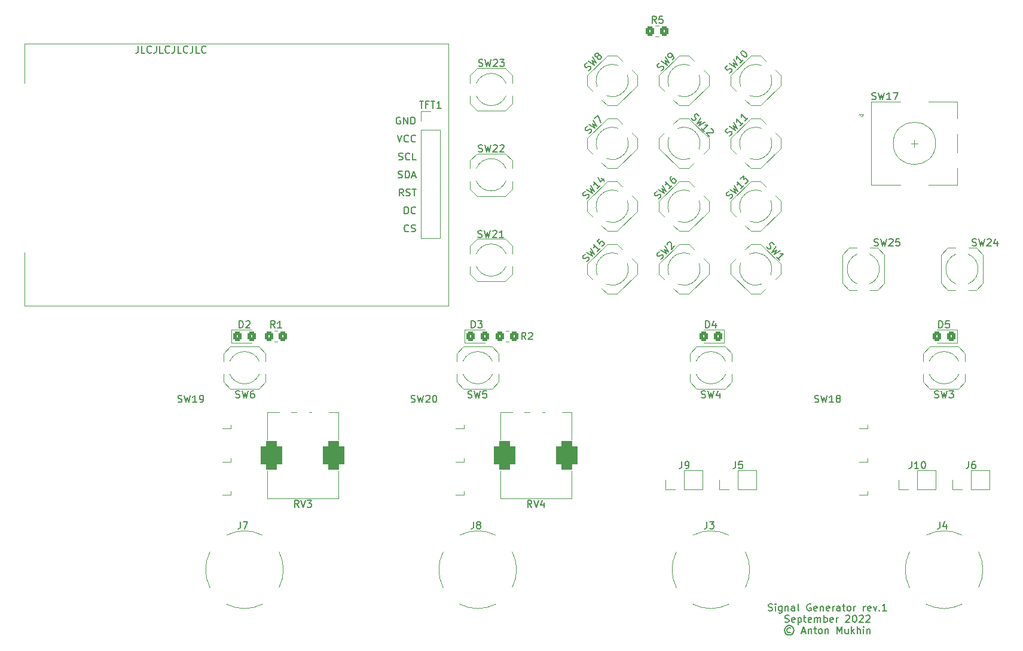
<source format=gto>
G04 #@! TF.GenerationSoftware,KiCad,Pcbnew,(6.0.7)*
G04 #@! TF.CreationDate,2022-09-12T18:31:15+03:00*
G04 #@! TF.ProjectId,SigGen,53696747-656e-42e6-9b69-6361645f7063,rev?*
G04 #@! TF.SameCoordinates,Original*
G04 #@! TF.FileFunction,Legend,Top*
G04 #@! TF.FilePolarity,Positive*
%FSLAX46Y46*%
G04 Gerber Fmt 4.6, Leading zero omitted, Abs format (unit mm)*
G04 Created by KiCad (PCBNEW (6.0.7)) date 2022-09-12 18:31:15*
%MOMM*%
%LPD*%
G01*
G04 APERTURE LIST*
G04 Aperture macros list*
%AMRoundRect*
0 Rectangle with rounded corners*
0 $1 Rounding radius*
0 $2 $3 $4 $5 $6 $7 $8 $9 X,Y pos of 4 corners*
0 Add a 4 corners polygon primitive as box body*
4,1,4,$2,$3,$4,$5,$6,$7,$8,$9,$2,$3,0*
0 Add four circle primitives for the rounded corners*
1,1,$1+$1,$2,$3*
1,1,$1+$1,$4,$5*
1,1,$1+$1,$6,$7*
1,1,$1+$1,$8,$9*
0 Add four rect primitives between the rounded corners*
20,1,$1+$1,$2,$3,$4,$5,0*
20,1,$1+$1,$4,$5,$6,$7,0*
20,1,$1+$1,$6,$7,$8,$9,0*
20,1,$1+$1,$8,$9,$2,$3,0*%
%AMRotRect*
0 Rectangle, with rotation*
0 The origin of the aperture is its center*
0 $1 length*
0 $2 width*
0 $3 Rotation angle, in degrees counterclockwise*
0 Add horizontal line*
21,1,$1,$2,0,0,$3*%
G04 Aperture macros list end*
%ADD10C,0.150000*%
%ADD11C,0.120000*%
%ADD12RotRect,2.500000X1.500000X225.000000*%
%ADD13RotRect,2.500000X1.500000X45.000000*%
%ADD14C,0.800000*%
%ADD15C,6.000000*%
%ADD16C,2.800000*%
%ADD17C,3.400000*%
%ADD18O,2.400000X1.600000*%
%ADD19RoundRect,0.250000X-0.325000X-0.450000X0.325000X-0.450000X0.325000X0.450000X-0.325000X0.450000X0*%
%ADD20RoundRect,0.250000X0.350000X0.450000X-0.350000X0.450000X-0.350000X-0.450000X0.350000X-0.450000X0*%
%ADD21R,1.700000X1.700000*%
%ADD22O,1.700000X1.700000*%
%ADD23R,1.800000X1.800000*%
%ADD24C,1.800000*%
%ADD25RoundRect,0.750000X-0.750000X1.250000X-0.750000X-1.250000X0.750000X-1.250000X0.750000X1.250000X0*%
%ADD26RoundRect,0.250000X0.325000X0.450000X-0.325000X0.450000X-0.325000X-0.450000X0.325000X-0.450000X0*%
%ADD27R,2.500000X1.500000*%
%ADD28RotRect,2.500000X1.500000X315.000000*%
%ADD29R,2.000000X2.000000*%
%ADD30C,2.000000*%
%ADD31R,3.200000X2.000000*%
%ADD32R,1.500000X2.500000*%
%ADD33C,3.600000*%
%ADD34RotRect,2.500000X1.500000X135.000000*%
%ADD35C,1.700000*%
%ADD36R,2.600000X2.600000*%
%ADD37C,2.600000*%
%ADD38C,1.440000*%
%ADD39R,1.600000X1.600000*%
%ADD40C,1.600000*%
G04 APERTURE END LIST*
D10*
X47180952Y-28752380D02*
X47180952Y-29466666D01*
X47133333Y-29609523D01*
X47038095Y-29704761D01*
X46895238Y-29752380D01*
X46800000Y-29752380D01*
X48133333Y-29752380D02*
X47657142Y-29752380D01*
X47657142Y-28752380D01*
X49038095Y-29657142D02*
X48990476Y-29704761D01*
X48847619Y-29752380D01*
X48752380Y-29752380D01*
X48609523Y-29704761D01*
X48514285Y-29609523D01*
X48466666Y-29514285D01*
X48419047Y-29323809D01*
X48419047Y-29180952D01*
X48466666Y-28990476D01*
X48514285Y-28895238D01*
X48609523Y-28800000D01*
X48752380Y-28752380D01*
X48847619Y-28752380D01*
X48990476Y-28800000D01*
X49038095Y-28847619D01*
X49752380Y-28752380D02*
X49752380Y-29466666D01*
X49704761Y-29609523D01*
X49609523Y-29704761D01*
X49466666Y-29752380D01*
X49371428Y-29752380D01*
X50704761Y-29752380D02*
X50228571Y-29752380D01*
X50228571Y-28752380D01*
X51609523Y-29657142D02*
X51561904Y-29704761D01*
X51419047Y-29752380D01*
X51323809Y-29752380D01*
X51180952Y-29704761D01*
X51085714Y-29609523D01*
X51038095Y-29514285D01*
X50990476Y-29323809D01*
X50990476Y-29180952D01*
X51038095Y-28990476D01*
X51085714Y-28895238D01*
X51180952Y-28800000D01*
X51323809Y-28752380D01*
X51419047Y-28752380D01*
X51561904Y-28800000D01*
X51609523Y-28847619D01*
X52323809Y-28752380D02*
X52323809Y-29466666D01*
X52276190Y-29609523D01*
X52180952Y-29704761D01*
X52038095Y-29752380D01*
X51942857Y-29752380D01*
X53276190Y-29752380D02*
X52800000Y-29752380D01*
X52800000Y-28752380D01*
X54180952Y-29657142D02*
X54133333Y-29704761D01*
X53990476Y-29752380D01*
X53895238Y-29752380D01*
X53752380Y-29704761D01*
X53657142Y-29609523D01*
X53609523Y-29514285D01*
X53561904Y-29323809D01*
X53561904Y-29180952D01*
X53609523Y-28990476D01*
X53657142Y-28895238D01*
X53752380Y-28800000D01*
X53895238Y-28752380D01*
X53990476Y-28752380D01*
X54133333Y-28800000D01*
X54180952Y-28847619D01*
X54895238Y-28752380D02*
X54895238Y-29466666D01*
X54847619Y-29609523D01*
X54752380Y-29704761D01*
X54609523Y-29752380D01*
X54514285Y-29752380D01*
X55847619Y-29752380D02*
X55371428Y-29752380D01*
X55371428Y-28752380D01*
X56752380Y-29657142D02*
X56704761Y-29704761D01*
X56561904Y-29752380D01*
X56466666Y-29752380D01*
X56323809Y-29704761D01*
X56228571Y-29609523D01*
X56180952Y-29514285D01*
X56133333Y-29323809D01*
X56133333Y-29180952D01*
X56180952Y-28990476D01*
X56228571Y-28895238D01*
X56323809Y-28800000D01*
X56466666Y-28752380D01*
X56561904Y-28752380D01*
X56704761Y-28800000D01*
X56752380Y-28847619D01*
X136422857Y-108649761D02*
X136565714Y-108697380D01*
X136803809Y-108697380D01*
X136899047Y-108649761D01*
X136946666Y-108602142D01*
X136994285Y-108506904D01*
X136994285Y-108411666D01*
X136946666Y-108316428D01*
X136899047Y-108268809D01*
X136803809Y-108221190D01*
X136613333Y-108173571D01*
X136518095Y-108125952D01*
X136470476Y-108078333D01*
X136422857Y-107983095D01*
X136422857Y-107887857D01*
X136470476Y-107792619D01*
X136518095Y-107745000D01*
X136613333Y-107697380D01*
X136851428Y-107697380D01*
X136994285Y-107745000D01*
X137422857Y-108697380D02*
X137422857Y-108030714D01*
X137422857Y-107697380D02*
X137375238Y-107745000D01*
X137422857Y-107792619D01*
X137470476Y-107745000D01*
X137422857Y-107697380D01*
X137422857Y-107792619D01*
X138327619Y-108030714D02*
X138327619Y-108840238D01*
X138280000Y-108935476D01*
X138232380Y-108983095D01*
X138137142Y-109030714D01*
X137994285Y-109030714D01*
X137899047Y-108983095D01*
X138327619Y-108649761D02*
X138232380Y-108697380D01*
X138041904Y-108697380D01*
X137946666Y-108649761D01*
X137899047Y-108602142D01*
X137851428Y-108506904D01*
X137851428Y-108221190D01*
X137899047Y-108125952D01*
X137946666Y-108078333D01*
X138041904Y-108030714D01*
X138232380Y-108030714D01*
X138327619Y-108078333D01*
X138803809Y-108030714D02*
X138803809Y-108697380D01*
X138803809Y-108125952D02*
X138851428Y-108078333D01*
X138946666Y-108030714D01*
X139089523Y-108030714D01*
X139184761Y-108078333D01*
X139232380Y-108173571D01*
X139232380Y-108697380D01*
X140137142Y-108697380D02*
X140137142Y-108173571D01*
X140089523Y-108078333D01*
X139994285Y-108030714D01*
X139803809Y-108030714D01*
X139708571Y-108078333D01*
X140137142Y-108649761D02*
X140041904Y-108697380D01*
X139803809Y-108697380D01*
X139708571Y-108649761D01*
X139660952Y-108554523D01*
X139660952Y-108459285D01*
X139708571Y-108364047D01*
X139803809Y-108316428D01*
X140041904Y-108316428D01*
X140137142Y-108268809D01*
X140756190Y-108697380D02*
X140660952Y-108649761D01*
X140613333Y-108554523D01*
X140613333Y-107697380D01*
X142422857Y-107745000D02*
X142327619Y-107697380D01*
X142184761Y-107697380D01*
X142041904Y-107745000D01*
X141946666Y-107840238D01*
X141899047Y-107935476D01*
X141851428Y-108125952D01*
X141851428Y-108268809D01*
X141899047Y-108459285D01*
X141946666Y-108554523D01*
X142041904Y-108649761D01*
X142184761Y-108697380D01*
X142280000Y-108697380D01*
X142422857Y-108649761D01*
X142470476Y-108602142D01*
X142470476Y-108268809D01*
X142280000Y-108268809D01*
X143280000Y-108649761D02*
X143184761Y-108697380D01*
X142994285Y-108697380D01*
X142899047Y-108649761D01*
X142851428Y-108554523D01*
X142851428Y-108173571D01*
X142899047Y-108078333D01*
X142994285Y-108030714D01*
X143184761Y-108030714D01*
X143280000Y-108078333D01*
X143327619Y-108173571D01*
X143327619Y-108268809D01*
X142851428Y-108364047D01*
X143756190Y-108030714D02*
X143756190Y-108697380D01*
X143756190Y-108125952D02*
X143803809Y-108078333D01*
X143899047Y-108030714D01*
X144041904Y-108030714D01*
X144137142Y-108078333D01*
X144184761Y-108173571D01*
X144184761Y-108697380D01*
X145041904Y-108649761D02*
X144946666Y-108697380D01*
X144756190Y-108697380D01*
X144660952Y-108649761D01*
X144613333Y-108554523D01*
X144613333Y-108173571D01*
X144660952Y-108078333D01*
X144756190Y-108030714D01*
X144946666Y-108030714D01*
X145041904Y-108078333D01*
X145089523Y-108173571D01*
X145089523Y-108268809D01*
X144613333Y-108364047D01*
X145518095Y-108697380D02*
X145518095Y-108030714D01*
X145518095Y-108221190D02*
X145565714Y-108125952D01*
X145613333Y-108078333D01*
X145708571Y-108030714D01*
X145803809Y-108030714D01*
X146565714Y-108697380D02*
X146565714Y-108173571D01*
X146518095Y-108078333D01*
X146422857Y-108030714D01*
X146232380Y-108030714D01*
X146137142Y-108078333D01*
X146565714Y-108649761D02*
X146470476Y-108697380D01*
X146232380Y-108697380D01*
X146137142Y-108649761D01*
X146089523Y-108554523D01*
X146089523Y-108459285D01*
X146137142Y-108364047D01*
X146232380Y-108316428D01*
X146470476Y-108316428D01*
X146565714Y-108268809D01*
X146899047Y-108030714D02*
X147280000Y-108030714D01*
X147041904Y-107697380D02*
X147041904Y-108554523D01*
X147089523Y-108649761D01*
X147184761Y-108697380D01*
X147280000Y-108697380D01*
X147756190Y-108697380D02*
X147660952Y-108649761D01*
X147613333Y-108602142D01*
X147565714Y-108506904D01*
X147565714Y-108221190D01*
X147613333Y-108125952D01*
X147660952Y-108078333D01*
X147756190Y-108030714D01*
X147899047Y-108030714D01*
X147994285Y-108078333D01*
X148041904Y-108125952D01*
X148089523Y-108221190D01*
X148089523Y-108506904D01*
X148041904Y-108602142D01*
X147994285Y-108649761D01*
X147899047Y-108697380D01*
X147756190Y-108697380D01*
X148518095Y-108697380D02*
X148518095Y-108030714D01*
X148518095Y-108221190D02*
X148565714Y-108125952D01*
X148613333Y-108078333D01*
X148708571Y-108030714D01*
X148803809Y-108030714D01*
X149899047Y-108697380D02*
X149899047Y-108030714D01*
X149899047Y-108221190D02*
X149946666Y-108125952D01*
X149994285Y-108078333D01*
X150089523Y-108030714D01*
X150184761Y-108030714D01*
X150899047Y-108649761D02*
X150803809Y-108697380D01*
X150613333Y-108697380D01*
X150518095Y-108649761D01*
X150470476Y-108554523D01*
X150470476Y-108173571D01*
X150518095Y-108078333D01*
X150613333Y-108030714D01*
X150803809Y-108030714D01*
X150899047Y-108078333D01*
X150946666Y-108173571D01*
X150946666Y-108268809D01*
X150470476Y-108364047D01*
X151280000Y-108030714D02*
X151518095Y-108697380D01*
X151756190Y-108030714D01*
X152137142Y-108602142D02*
X152184761Y-108649761D01*
X152137142Y-108697380D01*
X152089523Y-108649761D01*
X152137142Y-108602142D01*
X152137142Y-108697380D01*
X153137142Y-108697380D02*
X152565714Y-108697380D01*
X152851428Y-108697380D02*
X152851428Y-107697380D01*
X152756190Y-107840238D01*
X152660952Y-107935476D01*
X152565714Y-107983095D01*
X138756190Y-110259761D02*
X138899047Y-110307380D01*
X139137142Y-110307380D01*
X139232380Y-110259761D01*
X139280000Y-110212142D01*
X139327619Y-110116904D01*
X139327619Y-110021666D01*
X139280000Y-109926428D01*
X139232380Y-109878809D01*
X139137142Y-109831190D01*
X138946666Y-109783571D01*
X138851428Y-109735952D01*
X138803809Y-109688333D01*
X138756190Y-109593095D01*
X138756190Y-109497857D01*
X138803809Y-109402619D01*
X138851428Y-109355000D01*
X138946666Y-109307380D01*
X139184761Y-109307380D01*
X139327619Y-109355000D01*
X140137142Y-110259761D02*
X140041904Y-110307380D01*
X139851428Y-110307380D01*
X139756190Y-110259761D01*
X139708571Y-110164523D01*
X139708571Y-109783571D01*
X139756190Y-109688333D01*
X139851428Y-109640714D01*
X140041904Y-109640714D01*
X140137142Y-109688333D01*
X140184761Y-109783571D01*
X140184761Y-109878809D01*
X139708571Y-109974047D01*
X140613333Y-109640714D02*
X140613333Y-110640714D01*
X140613333Y-109688333D02*
X140708571Y-109640714D01*
X140899047Y-109640714D01*
X140994285Y-109688333D01*
X141041904Y-109735952D01*
X141089523Y-109831190D01*
X141089523Y-110116904D01*
X141041904Y-110212142D01*
X140994285Y-110259761D01*
X140899047Y-110307380D01*
X140708571Y-110307380D01*
X140613333Y-110259761D01*
X141375238Y-109640714D02*
X141756190Y-109640714D01*
X141518095Y-109307380D02*
X141518095Y-110164523D01*
X141565714Y-110259761D01*
X141660952Y-110307380D01*
X141756190Y-110307380D01*
X142470476Y-110259761D02*
X142375238Y-110307380D01*
X142184761Y-110307380D01*
X142089523Y-110259761D01*
X142041904Y-110164523D01*
X142041904Y-109783571D01*
X142089523Y-109688333D01*
X142184761Y-109640714D01*
X142375238Y-109640714D01*
X142470476Y-109688333D01*
X142518095Y-109783571D01*
X142518095Y-109878809D01*
X142041904Y-109974047D01*
X142946666Y-110307380D02*
X142946666Y-109640714D01*
X142946666Y-109735952D02*
X142994285Y-109688333D01*
X143089523Y-109640714D01*
X143232380Y-109640714D01*
X143327619Y-109688333D01*
X143375238Y-109783571D01*
X143375238Y-110307380D01*
X143375238Y-109783571D02*
X143422857Y-109688333D01*
X143518095Y-109640714D01*
X143660952Y-109640714D01*
X143756190Y-109688333D01*
X143803809Y-109783571D01*
X143803809Y-110307380D01*
X144280000Y-110307380D02*
X144280000Y-109307380D01*
X144280000Y-109688333D02*
X144375238Y-109640714D01*
X144565714Y-109640714D01*
X144660952Y-109688333D01*
X144708571Y-109735952D01*
X144756190Y-109831190D01*
X144756190Y-110116904D01*
X144708571Y-110212142D01*
X144660952Y-110259761D01*
X144565714Y-110307380D01*
X144375238Y-110307380D01*
X144280000Y-110259761D01*
X145565714Y-110259761D02*
X145470476Y-110307380D01*
X145280000Y-110307380D01*
X145184761Y-110259761D01*
X145137142Y-110164523D01*
X145137142Y-109783571D01*
X145184761Y-109688333D01*
X145280000Y-109640714D01*
X145470476Y-109640714D01*
X145565714Y-109688333D01*
X145613333Y-109783571D01*
X145613333Y-109878809D01*
X145137142Y-109974047D01*
X146041904Y-110307380D02*
X146041904Y-109640714D01*
X146041904Y-109831190D02*
X146089523Y-109735952D01*
X146137142Y-109688333D01*
X146232380Y-109640714D01*
X146327619Y-109640714D01*
X147375238Y-109402619D02*
X147422857Y-109355000D01*
X147518095Y-109307380D01*
X147756190Y-109307380D01*
X147851428Y-109355000D01*
X147899047Y-109402619D01*
X147946666Y-109497857D01*
X147946666Y-109593095D01*
X147899047Y-109735952D01*
X147327619Y-110307380D01*
X147946666Y-110307380D01*
X148565714Y-109307380D02*
X148660952Y-109307380D01*
X148756190Y-109355000D01*
X148803809Y-109402619D01*
X148851428Y-109497857D01*
X148899047Y-109688333D01*
X148899047Y-109926428D01*
X148851428Y-110116904D01*
X148803809Y-110212142D01*
X148756190Y-110259761D01*
X148660952Y-110307380D01*
X148565714Y-110307380D01*
X148470476Y-110259761D01*
X148422857Y-110212142D01*
X148375238Y-110116904D01*
X148327619Y-109926428D01*
X148327619Y-109688333D01*
X148375238Y-109497857D01*
X148422857Y-109402619D01*
X148470476Y-109355000D01*
X148565714Y-109307380D01*
X149280000Y-109402619D02*
X149327619Y-109355000D01*
X149422857Y-109307380D01*
X149660952Y-109307380D01*
X149756190Y-109355000D01*
X149803809Y-109402619D01*
X149851428Y-109497857D01*
X149851428Y-109593095D01*
X149803809Y-109735952D01*
X149232380Y-110307380D01*
X149851428Y-110307380D01*
X150232380Y-109402619D02*
X150280000Y-109355000D01*
X150375238Y-109307380D01*
X150613333Y-109307380D01*
X150708571Y-109355000D01*
X150756190Y-109402619D01*
X150803809Y-109497857D01*
X150803809Y-109593095D01*
X150756190Y-109735952D01*
X150184761Y-110307380D01*
X150803809Y-110307380D01*
X139565714Y-111155476D02*
X139470476Y-111107857D01*
X139280000Y-111107857D01*
X139184761Y-111155476D01*
X139089523Y-111250714D01*
X139041904Y-111345952D01*
X139041904Y-111536428D01*
X139089523Y-111631666D01*
X139184761Y-111726904D01*
X139280000Y-111774523D01*
X139470476Y-111774523D01*
X139565714Y-111726904D01*
X139375238Y-110774523D02*
X139137142Y-110822142D01*
X138899047Y-110965000D01*
X138756190Y-111203095D01*
X138708571Y-111441190D01*
X138756190Y-111679285D01*
X138899047Y-111917380D01*
X139137142Y-112060238D01*
X139375238Y-112107857D01*
X139613333Y-112060238D01*
X139851428Y-111917380D01*
X139994285Y-111679285D01*
X140041904Y-111441190D01*
X139994285Y-111203095D01*
X139851428Y-110965000D01*
X139613333Y-110822142D01*
X139375238Y-110774523D01*
X141184761Y-111631666D02*
X141660952Y-111631666D01*
X141089523Y-111917380D02*
X141422857Y-110917380D01*
X141756190Y-111917380D01*
X142089523Y-111250714D02*
X142089523Y-111917380D01*
X142089523Y-111345952D02*
X142137142Y-111298333D01*
X142232380Y-111250714D01*
X142375238Y-111250714D01*
X142470476Y-111298333D01*
X142518095Y-111393571D01*
X142518095Y-111917380D01*
X142851428Y-111250714D02*
X143232380Y-111250714D01*
X142994285Y-110917380D02*
X142994285Y-111774523D01*
X143041904Y-111869761D01*
X143137142Y-111917380D01*
X143232380Y-111917380D01*
X143708571Y-111917380D02*
X143613333Y-111869761D01*
X143565714Y-111822142D01*
X143518095Y-111726904D01*
X143518095Y-111441190D01*
X143565714Y-111345952D01*
X143613333Y-111298333D01*
X143708571Y-111250714D01*
X143851428Y-111250714D01*
X143946666Y-111298333D01*
X143994285Y-111345952D01*
X144041904Y-111441190D01*
X144041904Y-111726904D01*
X143994285Y-111822142D01*
X143946666Y-111869761D01*
X143851428Y-111917380D01*
X143708571Y-111917380D01*
X144470476Y-111250714D02*
X144470476Y-111917380D01*
X144470476Y-111345952D02*
X144518095Y-111298333D01*
X144613333Y-111250714D01*
X144756190Y-111250714D01*
X144851428Y-111298333D01*
X144899047Y-111393571D01*
X144899047Y-111917380D01*
X146137142Y-111917380D02*
X146137142Y-110917380D01*
X146470476Y-111631666D01*
X146803809Y-110917380D01*
X146803809Y-111917380D01*
X147708571Y-111250714D02*
X147708571Y-111917380D01*
X147280000Y-111250714D02*
X147280000Y-111774523D01*
X147327619Y-111869761D01*
X147422857Y-111917380D01*
X147565714Y-111917380D01*
X147660952Y-111869761D01*
X147708571Y-111822142D01*
X148184761Y-111917380D02*
X148184761Y-110917380D01*
X148280000Y-111536428D02*
X148565714Y-111917380D01*
X148565714Y-111250714D02*
X148184761Y-111631666D01*
X148994285Y-111917380D02*
X148994285Y-110917380D01*
X149422857Y-111917380D02*
X149422857Y-111393571D01*
X149375238Y-111298333D01*
X149280000Y-111250714D01*
X149137142Y-111250714D01*
X149041904Y-111298333D01*
X148994285Y-111345952D01*
X149899047Y-111917380D02*
X149899047Y-111250714D01*
X149899047Y-110917380D02*
X149851428Y-110965000D01*
X149899047Y-111012619D01*
X149946666Y-110965000D01*
X149899047Y-110917380D01*
X149899047Y-111012619D01*
X150375238Y-111250714D02*
X150375238Y-111917380D01*
X150375238Y-111345952D02*
X150422857Y-111298333D01*
X150518095Y-111250714D01*
X150660952Y-111250714D01*
X150756190Y-111298333D01*
X150803809Y-111393571D01*
X150803809Y-111917380D01*
X130906683Y-41465736D02*
X131041370Y-41398392D01*
X131209729Y-41230034D01*
X131243400Y-41129018D01*
X131243400Y-41061675D01*
X131209729Y-40960660D01*
X131142385Y-40893316D01*
X131041370Y-40859644D01*
X130974026Y-40859644D01*
X130873011Y-40893316D01*
X130704652Y-40994331D01*
X130603637Y-41028003D01*
X130536294Y-41028003D01*
X130435278Y-40994331D01*
X130367935Y-40926988D01*
X130334263Y-40825973D01*
X130334263Y-40758629D01*
X130367935Y-40657614D01*
X130536294Y-40489255D01*
X130670981Y-40421912D01*
X130873011Y-40152538D02*
X131748477Y-40691286D01*
X131378087Y-40051522D01*
X132017851Y-40421912D01*
X131479103Y-39546446D01*
X132825973Y-39613790D02*
X132421912Y-40017851D01*
X132623942Y-39815820D02*
X131916835Y-39108713D01*
X131950507Y-39277072D01*
X131950507Y-39411759D01*
X131916835Y-39512774D01*
X133499408Y-38940355D02*
X133095347Y-39344416D01*
X133297377Y-39142385D02*
X132590270Y-38435278D01*
X132623942Y-38603637D01*
X132623942Y-38738324D01*
X132590270Y-38839339D01*
X121243400Y-32229018D02*
X121378087Y-32161675D01*
X121546446Y-31993316D01*
X121580118Y-31892301D01*
X121580118Y-31824957D01*
X121546446Y-31723942D01*
X121479103Y-31656599D01*
X121378087Y-31622927D01*
X121310744Y-31622927D01*
X121209729Y-31656599D01*
X121041370Y-31757614D01*
X120940355Y-31791286D01*
X120873011Y-31791286D01*
X120771996Y-31757614D01*
X120704652Y-31690270D01*
X120670981Y-31589255D01*
X120670981Y-31521912D01*
X120704652Y-31420896D01*
X120873011Y-31252538D01*
X121007698Y-31185194D01*
X121209729Y-30915820D02*
X122085194Y-31454568D01*
X121714805Y-30814805D01*
X122354568Y-31185194D01*
X121815820Y-30309729D01*
X122825973Y-30713790D02*
X122960660Y-30579103D01*
X122994331Y-30478087D01*
X122994331Y-30410744D01*
X122960660Y-30242385D01*
X122859644Y-30074026D01*
X122590270Y-29804652D01*
X122489255Y-29770981D01*
X122421912Y-29770981D01*
X122320896Y-29804652D01*
X122186209Y-29939339D01*
X122152538Y-30040355D01*
X122152538Y-30107698D01*
X122186209Y-30208713D01*
X122354568Y-30377072D01*
X122455583Y-30410744D01*
X122522927Y-30410744D01*
X122623942Y-30377072D01*
X122758629Y-30242385D01*
X122792301Y-30141370D01*
X122792301Y-30074026D01*
X122758629Y-29973011D01*
X121187105Y-58937723D02*
X121321792Y-58870380D01*
X121490151Y-58702021D01*
X121523823Y-58601006D01*
X121523823Y-58533662D01*
X121490151Y-58432647D01*
X121422808Y-58365304D01*
X121321792Y-58331632D01*
X121254449Y-58331632D01*
X121153434Y-58365304D01*
X120985075Y-58466319D01*
X120884060Y-58499991D01*
X120816716Y-58499991D01*
X120715701Y-58466319D01*
X120648357Y-58398975D01*
X120614686Y-58297960D01*
X120614686Y-58230617D01*
X120648357Y-58129601D01*
X120816716Y-57961243D01*
X120951403Y-57893899D01*
X121153434Y-57624525D02*
X122028899Y-58163273D01*
X121658510Y-57523510D01*
X122298273Y-57893899D01*
X121759525Y-57018434D01*
X122062571Y-56850075D02*
X122062571Y-56782731D01*
X122096243Y-56681716D01*
X122264601Y-56513357D01*
X122365617Y-56479686D01*
X122432960Y-56479686D01*
X122533975Y-56513357D01*
X122601319Y-56580701D01*
X122668662Y-56715388D01*
X122668662Y-57523510D01*
X123106395Y-57085777D01*
X160706666Y-96072380D02*
X160706666Y-96786666D01*
X160659047Y-96929523D01*
X160563809Y-97024761D01*
X160420952Y-97072380D01*
X160325714Y-97072380D01*
X161611428Y-96405714D02*
X161611428Y-97072380D01*
X161373333Y-96024761D02*
X161135238Y-96739047D01*
X161754285Y-96739047D01*
X52800476Y-79144761D02*
X52943333Y-79192380D01*
X53181428Y-79192380D01*
X53276666Y-79144761D01*
X53324285Y-79097142D01*
X53371904Y-79001904D01*
X53371904Y-78906666D01*
X53324285Y-78811428D01*
X53276666Y-78763809D01*
X53181428Y-78716190D01*
X52990952Y-78668571D01*
X52895714Y-78620952D01*
X52848095Y-78573333D01*
X52800476Y-78478095D01*
X52800476Y-78382857D01*
X52848095Y-78287619D01*
X52895714Y-78240000D01*
X52990952Y-78192380D01*
X53229047Y-78192380D01*
X53371904Y-78240000D01*
X53705238Y-78192380D02*
X53943333Y-79192380D01*
X54133809Y-78478095D01*
X54324285Y-79192380D01*
X54562380Y-78192380D01*
X55467142Y-79192380D02*
X54895714Y-79192380D01*
X55181428Y-79192380D02*
X55181428Y-78192380D01*
X55086190Y-78335238D01*
X54990952Y-78430476D01*
X54895714Y-78478095D01*
X55943333Y-79192380D02*
X56133809Y-79192380D01*
X56229047Y-79144761D01*
X56276666Y-79097142D01*
X56371904Y-78954285D01*
X56419523Y-78763809D01*
X56419523Y-78382857D01*
X56371904Y-78287619D01*
X56324285Y-78240000D01*
X56229047Y-78192380D01*
X56038571Y-78192380D01*
X55943333Y-78240000D01*
X55895714Y-78287619D01*
X55848095Y-78382857D01*
X55848095Y-78620952D01*
X55895714Y-78716190D01*
X55943333Y-78763809D01*
X56038571Y-78811428D01*
X56229047Y-78811428D01*
X56324285Y-78763809D01*
X56371904Y-78716190D01*
X56419523Y-78620952D01*
X61491904Y-68652380D02*
X61491904Y-67652380D01*
X61730000Y-67652380D01*
X61872857Y-67700000D01*
X61968095Y-67795238D01*
X62015714Y-67890476D01*
X62063333Y-68080952D01*
X62063333Y-68223809D01*
X62015714Y-68414285D01*
X61968095Y-68509523D01*
X61872857Y-68604761D01*
X61730000Y-68652380D01*
X61491904Y-68652380D01*
X62444285Y-67747619D02*
X62491904Y-67700000D01*
X62587142Y-67652380D01*
X62825238Y-67652380D01*
X62920476Y-67700000D01*
X62968095Y-67747619D01*
X63015714Y-67842857D01*
X63015714Y-67938095D01*
X62968095Y-68080952D01*
X62396666Y-68652380D01*
X63015714Y-68652380D01*
X120533333Y-25552380D02*
X120200000Y-25076190D01*
X119961904Y-25552380D02*
X119961904Y-24552380D01*
X120342857Y-24552380D01*
X120438095Y-24600000D01*
X120485714Y-24647619D01*
X120533333Y-24742857D01*
X120533333Y-24885714D01*
X120485714Y-24980952D01*
X120438095Y-25028571D01*
X120342857Y-25076190D01*
X119961904Y-25076190D01*
X121438095Y-24552380D02*
X120961904Y-24552380D01*
X120914285Y-25028571D01*
X120961904Y-24980952D01*
X121057142Y-24933333D01*
X121295238Y-24933333D01*
X121390476Y-24980952D01*
X121438095Y-25028571D01*
X121485714Y-25123809D01*
X121485714Y-25361904D01*
X121438095Y-25457142D01*
X121390476Y-25504761D01*
X121295238Y-25552380D01*
X121057142Y-25552380D01*
X120961904Y-25504761D01*
X120914285Y-25457142D01*
X164766666Y-87552380D02*
X164766666Y-88266666D01*
X164719047Y-88409523D01*
X164623809Y-88504761D01*
X164480952Y-88552380D01*
X164385714Y-88552380D01*
X165671428Y-87552380D02*
X165480952Y-87552380D01*
X165385714Y-87600000D01*
X165338095Y-87647619D01*
X165242857Y-87790476D01*
X165195238Y-87980952D01*
X165195238Y-88361904D01*
X165242857Y-88457142D01*
X165290476Y-88504761D01*
X165385714Y-88552380D01*
X165576190Y-88552380D01*
X165671428Y-88504761D01*
X165719047Y-88457142D01*
X165766666Y-88361904D01*
X165766666Y-88123809D01*
X165719047Y-88028571D01*
X165671428Y-87980952D01*
X165576190Y-87933333D01*
X165385714Y-87933333D01*
X165290476Y-87980952D01*
X165242857Y-88028571D01*
X165195238Y-88123809D01*
X110690388Y-59274441D02*
X110825075Y-59207097D01*
X110993434Y-59038739D01*
X111027105Y-58937723D01*
X111027105Y-58870380D01*
X110993434Y-58769365D01*
X110926090Y-58702021D01*
X110825075Y-58668349D01*
X110757731Y-58668349D01*
X110656716Y-58702021D01*
X110488357Y-58803036D01*
X110387342Y-58836708D01*
X110319999Y-58836708D01*
X110218983Y-58803036D01*
X110151640Y-58735693D01*
X110117968Y-58634678D01*
X110117968Y-58567334D01*
X110151640Y-58466319D01*
X110319999Y-58297960D01*
X110454686Y-58230617D01*
X110656716Y-57961243D02*
X111532182Y-58499991D01*
X111161792Y-57860227D01*
X111801556Y-58230617D01*
X111262808Y-57355151D01*
X112609678Y-57422495D02*
X112205617Y-57826556D01*
X112407647Y-57624525D02*
X111700540Y-56917418D01*
X111734212Y-57085777D01*
X111734212Y-57220464D01*
X111700540Y-57321479D01*
X112542334Y-56075625D02*
X112205617Y-56412342D01*
X112508662Y-56782731D01*
X112508662Y-56715388D01*
X112542334Y-56614373D01*
X112710693Y-56446014D01*
X112811708Y-56412342D01*
X112879052Y-56412342D01*
X112980067Y-56446014D01*
X113148426Y-56614373D01*
X113182097Y-56715388D01*
X113182097Y-56782731D01*
X113148426Y-56883747D01*
X112980067Y-57052105D01*
X112879052Y-57085777D01*
X112811708Y-57085777D01*
X131010388Y-50384441D02*
X131145075Y-50317097D01*
X131313434Y-50148739D01*
X131347105Y-50047723D01*
X131347105Y-49980380D01*
X131313434Y-49879365D01*
X131246090Y-49812021D01*
X131145075Y-49778349D01*
X131077731Y-49778349D01*
X130976716Y-49812021D01*
X130808357Y-49913036D01*
X130707342Y-49946708D01*
X130639999Y-49946708D01*
X130538983Y-49913036D01*
X130471640Y-49845693D01*
X130437968Y-49744678D01*
X130437968Y-49677334D01*
X130471640Y-49576319D01*
X130639999Y-49407960D01*
X130774686Y-49340617D01*
X130976716Y-49071243D02*
X131852182Y-49609991D01*
X131481792Y-48970227D01*
X132121556Y-49340617D01*
X131582808Y-48465151D01*
X132929678Y-48532495D02*
X132525617Y-48936556D01*
X132727647Y-48734525D02*
X132020540Y-48027418D01*
X132054212Y-48195777D01*
X132054212Y-48330464D01*
X132020540Y-48431479D01*
X132458273Y-47589686D02*
X132896006Y-47151953D01*
X132929678Y-47657029D01*
X133030693Y-47556014D01*
X133131708Y-47522342D01*
X133199052Y-47522342D01*
X133300067Y-47556014D01*
X133468426Y-47724373D01*
X133502097Y-47825388D01*
X133502097Y-47892731D01*
X133468426Y-47993747D01*
X133266395Y-48195777D01*
X133165380Y-48229449D01*
X133098036Y-48229449D01*
X61646666Y-96072380D02*
X61646666Y-96786666D01*
X61599047Y-96929523D01*
X61503809Y-97024761D01*
X61360952Y-97072380D01*
X61265714Y-97072380D01*
X62027619Y-96072380D02*
X62694285Y-96072380D01*
X62265714Y-97072380D01*
X110943400Y-32229018D02*
X111078087Y-32161675D01*
X111246446Y-31993316D01*
X111280118Y-31892301D01*
X111280118Y-31824957D01*
X111246446Y-31723942D01*
X111179103Y-31656599D01*
X111078087Y-31622927D01*
X111010744Y-31622927D01*
X110909729Y-31656599D01*
X110741370Y-31757614D01*
X110640355Y-31791286D01*
X110573011Y-31791286D01*
X110471996Y-31757614D01*
X110404652Y-31690270D01*
X110370981Y-31589255D01*
X110370981Y-31521912D01*
X110404652Y-31420896D01*
X110573011Y-31252538D01*
X110707698Y-31185194D01*
X110909729Y-30915820D02*
X111785194Y-31454568D01*
X111414805Y-30814805D01*
X112054568Y-31185194D01*
X111515820Y-30309729D01*
X112189255Y-30242385D02*
X112088240Y-30276057D01*
X112020896Y-30276057D01*
X111919881Y-30242385D01*
X111886209Y-30208713D01*
X111852538Y-30107698D01*
X111852538Y-30040355D01*
X111886209Y-29939339D01*
X112020896Y-29804652D01*
X112121912Y-29770981D01*
X112189255Y-29770981D01*
X112290270Y-29804652D01*
X112323942Y-29838324D01*
X112357614Y-29939339D01*
X112357614Y-30006683D01*
X112323942Y-30107698D01*
X112189255Y-30242385D01*
X112155583Y-30343400D01*
X112155583Y-30410744D01*
X112189255Y-30511759D01*
X112323942Y-30646446D01*
X112424957Y-30680118D01*
X112492301Y-30680118D01*
X112593316Y-30646446D01*
X112728003Y-30511759D01*
X112761675Y-30410744D01*
X112761675Y-30343400D01*
X112728003Y-30242385D01*
X112593316Y-30107698D01*
X112492301Y-30074026D01*
X112424957Y-30074026D01*
X112323942Y-30107698D01*
X110690388Y-50384441D02*
X110825075Y-50317097D01*
X110993434Y-50148739D01*
X111027105Y-50047723D01*
X111027105Y-49980380D01*
X110993434Y-49879365D01*
X110926090Y-49812021D01*
X110825075Y-49778349D01*
X110757731Y-49778349D01*
X110656716Y-49812021D01*
X110488357Y-49913036D01*
X110387342Y-49946708D01*
X110319999Y-49946708D01*
X110218983Y-49913036D01*
X110151640Y-49845693D01*
X110117968Y-49744678D01*
X110117968Y-49677334D01*
X110151640Y-49576319D01*
X110319999Y-49407960D01*
X110454686Y-49340617D01*
X110656716Y-49071243D02*
X111532182Y-49609991D01*
X111161792Y-48970227D01*
X111801556Y-49340617D01*
X111262808Y-48465151D01*
X112609678Y-48532495D02*
X112205617Y-48936556D01*
X112407647Y-48734525D02*
X111700540Y-48027418D01*
X111734212Y-48195777D01*
X111734212Y-48330464D01*
X111700540Y-48431479D01*
X112744365Y-47454999D02*
X113215769Y-47926403D01*
X112306632Y-47353983D02*
X112643349Y-48027418D01*
X113081082Y-47589686D01*
X102068333Y-70302380D02*
X101735000Y-69826190D01*
X101496904Y-70302380D02*
X101496904Y-69302380D01*
X101877857Y-69302380D01*
X101973095Y-69350000D01*
X102020714Y-69397619D01*
X102068333Y-69492857D01*
X102068333Y-69635714D01*
X102020714Y-69730952D01*
X101973095Y-69778571D01*
X101877857Y-69826190D01*
X101496904Y-69826190D01*
X102449285Y-69397619D02*
X102496904Y-69350000D01*
X102592142Y-69302380D01*
X102830238Y-69302380D01*
X102925476Y-69350000D01*
X102973095Y-69397619D01*
X103020714Y-69492857D01*
X103020714Y-69588095D01*
X102973095Y-69730952D01*
X102401666Y-70302380D01*
X103020714Y-70302380D01*
X69904761Y-94052380D02*
X69571428Y-93576190D01*
X69333333Y-94052380D02*
X69333333Y-93052380D01*
X69714285Y-93052380D01*
X69809523Y-93100000D01*
X69857142Y-93147619D01*
X69904761Y-93242857D01*
X69904761Y-93385714D01*
X69857142Y-93480952D01*
X69809523Y-93528571D01*
X69714285Y-93576190D01*
X69333333Y-93576190D01*
X70190476Y-93052380D02*
X70523809Y-94052380D01*
X70857142Y-93052380D01*
X71095238Y-93052380D02*
X71714285Y-93052380D01*
X71380952Y-93433333D01*
X71523809Y-93433333D01*
X71619047Y-93480952D01*
X71666666Y-93528571D01*
X71714285Y-93623809D01*
X71714285Y-93861904D01*
X71666666Y-93957142D01*
X71619047Y-94004761D01*
X71523809Y-94052380D01*
X71238095Y-94052380D01*
X71142857Y-94004761D01*
X71095238Y-93957142D01*
X120850388Y-50384441D02*
X120985075Y-50317097D01*
X121153434Y-50148739D01*
X121187105Y-50047723D01*
X121187105Y-49980380D01*
X121153434Y-49879365D01*
X121086090Y-49812021D01*
X120985075Y-49778349D01*
X120917731Y-49778349D01*
X120816716Y-49812021D01*
X120648357Y-49913036D01*
X120547342Y-49946708D01*
X120479999Y-49946708D01*
X120378983Y-49913036D01*
X120311640Y-49845693D01*
X120277968Y-49744678D01*
X120277968Y-49677334D01*
X120311640Y-49576319D01*
X120479999Y-49407960D01*
X120614686Y-49340617D01*
X120816716Y-49071243D02*
X121692182Y-49609991D01*
X121321792Y-48970227D01*
X121961556Y-49340617D01*
X121422808Y-48465151D01*
X122769678Y-48532495D02*
X122365617Y-48936556D01*
X122567647Y-48734525D02*
X121860540Y-48027418D01*
X121894212Y-48195777D01*
X121894212Y-48330464D01*
X121860540Y-48431479D01*
X122668662Y-47219296D02*
X122533975Y-47353983D01*
X122500304Y-47454999D01*
X122500304Y-47522342D01*
X122533975Y-47690701D01*
X122634991Y-47859060D01*
X122904365Y-48128434D01*
X123005380Y-48162105D01*
X123072723Y-48162105D01*
X123173739Y-48128434D01*
X123308426Y-47993747D01*
X123342097Y-47892731D01*
X123342097Y-47825388D01*
X123308426Y-47724373D01*
X123140067Y-47556014D01*
X123039052Y-47522342D01*
X122971708Y-47522342D01*
X122870693Y-47556014D01*
X122736006Y-47690701D01*
X122702334Y-47791716D01*
X122702334Y-47859060D01*
X122736006Y-47960075D01*
X156690476Y-87552380D02*
X156690476Y-88266666D01*
X156642857Y-88409523D01*
X156547619Y-88504761D01*
X156404761Y-88552380D01*
X156309523Y-88552380D01*
X157690476Y-88552380D02*
X157119047Y-88552380D01*
X157404761Y-88552380D02*
X157404761Y-87552380D01*
X157309523Y-87695238D01*
X157214285Y-87790476D01*
X157119047Y-87838095D01*
X158309523Y-87552380D02*
X158404761Y-87552380D01*
X158500000Y-87600000D01*
X158547619Y-87647619D01*
X158595238Y-87742857D01*
X158642857Y-87933333D01*
X158642857Y-88171428D01*
X158595238Y-88361904D01*
X158547619Y-88457142D01*
X158500000Y-88504761D01*
X158404761Y-88552380D01*
X158309523Y-88552380D01*
X158214285Y-88504761D01*
X158166666Y-88457142D01*
X158119047Y-88361904D01*
X158071428Y-88171428D01*
X158071428Y-87933333D01*
X158119047Y-87742857D01*
X158166666Y-87647619D01*
X158214285Y-87600000D01*
X158309523Y-87552380D01*
X130906683Y-32565736D02*
X131041370Y-32498392D01*
X131209729Y-32330034D01*
X131243400Y-32229018D01*
X131243400Y-32161675D01*
X131209729Y-32060660D01*
X131142385Y-31993316D01*
X131041370Y-31959644D01*
X130974026Y-31959644D01*
X130873011Y-31993316D01*
X130704652Y-32094331D01*
X130603637Y-32128003D01*
X130536294Y-32128003D01*
X130435278Y-32094331D01*
X130367935Y-32026988D01*
X130334263Y-31925973D01*
X130334263Y-31858629D01*
X130367935Y-31757614D01*
X130536294Y-31589255D01*
X130670981Y-31521912D01*
X130873011Y-31252538D02*
X131748477Y-31791286D01*
X131378087Y-31151522D01*
X132017851Y-31521912D01*
X131479103Y-30646446D01*
X132825973Y-30713790D02*
X132421912Y-31117851D01*
X132623942Y-30915820D02*
X131916835Y-30208713D01*
X131950507Y-30377072D01*
X131950507Y-30511759D01*
X131916835Y-30612774D01*
X132556599Y-29568950D02*
X132623942Y-29501607D01*
X132724957Y-29467935D01*
X132792301Y-29467935D01*
X132893316Y-29501607D01*
X133061675Y-29602622D01*
X133230034Y-29770981D01*
X133331049Y-29939339D01*
X133364721Y-30040355D01*
X133364721Y-30107698D01*
X133331049Y-30208713D01*
X133263705Y-30276057D01*
X133162690Y-30309729D01*
X133095347Y-30309729D01*
X132994331Y-30276057D01*
X132825973Y-30175042D01*
X132657614Y-30006683D01*
X132556599Y-29838324D01*
X132522927Y-29737309D01*
X132522927Y-29669965D01*
X132556599Y-29568950D01*
X127531904Y-68652380D02*
X127531904Y-67652380D01*
X127770000Y-67652380D01*
X127912857Y-67700000D01*
X128008095Y-67795238D01*
X128055714Y-67890476D01*
X128103333Y-68080952D01*
X128103333Y-68223809D01*
X128055714Y-68414285D01*
X128008095Y-68509523D01*
X127912857Y-68604761D01*
X127770000Y-68652380D01*
X127531904Y-68652380D01*
X128960476Y-67985714D02*
X128960476Y-68652380D01*
X128722380Y-67604761D02*
X128484285Y-68319047D01*
X129103333Y-68319047D01*
X60966666Y-78504761D02*
X61109523Y-78552380D01*
X61347619Y-78552380D01*
X61442857Y-78504761D01*
X61490476Y-78457142D01*
X61538095Y-78361904D01*
X61538095Y-78266666D01*
X61490476Y-78171428D01*
X61442857Y-78123809D01*
X61347619Y-78076190D01*
X61157142Y-78028571D01*
X61061904Y-77980952D01*
X61014285Y-77933333D01*
X60966666Y-77838095D01*
X60966666Y-77742857D01*
X61014285Y-77647619D01*
X61061904Y-77600000D01*
X61157142Y-77552380D01*
X61395238Y-77552380D01*
X61538095Y-77600000D01*
X61871428Y-77552380D02*
X62109523Y-78552380D01*
X62300000Y-77838095D01*
X62490476Y-78552380D01*
X62728571Y-77552380D01*
X63538095Y-77552380D02*
X63347619Y-77552380D01*
X63252380Y-77600000D01*
X63204761Y-77647619D01*
X63109523Y-77790476D01*
X63061904Y-77980952D01*
X63061904Y-78361904D01*
X63109523Y-78457142D01*
X63157142Y-78504761D01*
X63252380Y-78552380D01*
X63442857Y-78552380D01*
X63538095Y-78504761D01*
X63585714Y-78457142D01*
X63633333Y-78361904D01*
X63633333Y-78123809D01*
X63585714Y-78028571D01*
X63538095Y-77980952D01*
X63442857Y-77933333D01*
X63252380Y-77933333D01*
X63157142Y-77980952D01*
X63109523Y-78028571D01*
X63061904Y-78123809D01*
X125510558Y-38935388D02*
X125577902Y-39070075D01*
X125746260Y-39238434D01*
X125847276Y-39272105D01*
X125914619Y-39272105D01*
X126015634Y-39238434D01*
X126082978Y-39171090D01*
X126116650Y-39070075D01*
X126116650Y-39002731D01*
X126082978Y-38901716D01*
X125981963Y-38733357D01*
X125948291Y-38632342D01*
X125948291Y-38564999D01*
X125981963Y-38463983D01*
X126049306Y-38396640D01*
X126150321Y-38362968D01*
X126217665Y-38362968D01*
X126318680Y-38396640D01*
X126487039Y-38564999D01*
X126554382Y-38699686D01*
X126823756Y-38901716D02*
X126285008Y-39777182D01*
X126924772Y-39406792D01*
X126554382Y-40046556D01*
X127429848Y-39507808D01*
X127362504Y-40854678D02*
X126958443Y-40450617D01*
X127160474Y-40652647D02*
X127867581Y-39945540D01*
X127699222Y-39979212D01*
X127564535Y-39979212D01*
X127463520Y-39945540D01*
X128271642Y-40484288D02*
X128338985Y-40484288D01*
X128440000Y-40517960D01*
X128608359Y-40686319D01*
X128642031Y-40787334D01*
X128642031Y-40854678D01*
X128608359Y-40955693D01*
X128541016Y-41023036D01*
X128406329Y-41090380D01*
X127598207Y-41090380D01*
X128035939Y-41528113D01*
X151090476Y-36304761D02*
X151233333Y-36352380D01*
X151471428Y-36352380D01*
X151566666Y-36304761D01*
X151614285Y-36257142D01*
X151661904Y-36161904D01*
X151661904Y-36066666D01*
X151614285Y-35971428D01*
X151566666Y-35923809D01*
X151471428Y-35876190D01*
X151280952Y-35828571D01*
X151185714Y-35780952D01*
X151138095Y-35733333D01*
X151090476Y-35638095D01*
X151090476Y-35542857D01*
X151138095Y-35447619D01*
X151185714Y-35400000D01*
X151280952Y-35352380D01*
X151519047Y-35352380D01*
X151661904Y-35400000D01*
X151995238Y-35352380D02*
X152233333Y-36352380D01*
X152423809Y-35638095D01*
X152614285Y-36352380D01*
X152852380Y-35352380D01*
X153757142Y-36352380D02*
X153185714Y-36352380D01*
X153471428Y-36352380D02*
X153471428Y-35352380D01*
X153376190Y-35495238D01*
X153280952Y-35590476D01*
X153185714Y-35638095D01*
X154090476Y-35352380D02*
X154757142Y-35352380D01*
X154328571Y-36352380D01*
X111027105Y-41157723D02*
X111161792Y-41090380D01*
X111330151Y-40922021D01*
X111363823Y-40821006D01*
X111363823Y-40753662D01*
X111330151Y-40652647D01*
X111262808Y-40585304D01*
X111161792Y-40551632D01*
X111094449Y-40551632D01*
X110993434Y-40585304D01*
X110825075Y-40686319D01*
X110724060Y-40719991D01*
X110656716Y-40719991D01*
X110555701Y-40686319D01*
X110488357Y-40618975D01*
X110454686Y-40517960D01*
X110454686Y-40450617D01*
X110488357Y-40349601D01*
X110656716Y-40181243D01*
X110791403Y-40113899D01*
X110993434Y-39844525D02*
X111868899Y-40383273D01*
X111498510Y-39743510D01*
X112138273Y-40113899D01*
X111599525Y-39238434D01*
X111801556Y-39036403D02*
X112272960Y-38564999D01*
X112677021Y-39575151D01*
X95345476Y-43704761D02*
X95488333Y-43752380D01*
X95726428Y-43752380D01*
X95821666Y-43704761D01*
X95869285Y-43657142D01*
X95916904Y-43561904D01*
X95916904Y-43466666D01*
X95869285Y-43371428D01*
X95821666Y-43323809D01*
X95726428Y-43276190D01*
X95535952Y-43228571D01*
X95440714Y-43180952D01*
X95393095Y-43133333D01*
X95345476Y-43038095D01*
X95345476Y-42942857D01*
X95393095Y-42847619D01*
X95440714Y-42800000D01*
X95535952Y-42752380D01*
X95774047Y-42752380D01*
X95916904Y-42800000D01*
X96250238Y-42752380D02*
X96488333Y-43752380D01*
X96678809Y-43038095D01*
X96869285Y-43752380D01*
X97107380Y-42752380D01*
X97440714Y-42847619D02*
X97488333Y-42800000D01*
X97583571Y-42752380D01*
X97821666Y-42752380D01*
X97916904Y-42800000D01*
X97964523Y-42847619D01*
X98012142Y-42942857D01*
X98012142Y-43038095D01*
X97964523Y-43180952D01*
X97393095Y-43752380D01*
X98012142Y-43752380D01*
X98393095Y-42847619D02*
X98440714Y-42800000D01*
X98535952Y-42752380D01*
X98774047Y-42752380D01*
X98869285Y-42800000D01*
X98916904Y-42847619D01*
X98964523Y-42942857D01*
X98964523Y-43038095D01*
X98916904Y-43180952D01*
X98345476Y-43752380D01*
X98964523Y-43752380D01*
X127686666Y-96072380D02*
X127686666Y-96786666D01*
X127639047Y-96929523D01*
X127543809Y-97024761D01*
X127400952Y-97072380D01*
X127305714Y-97072380D01*
X128067619Y-96072380D02*
X128686666Y-96072380D01*
X128353333Y-96453333D01*
X128496190Y-96453333D01*
X128591428Y-96500952D01*
X128639047Y-96548571D01*
X128686666Y-96643809D01*
X128686666Y-96881904D01*
X128639047Y-96977142D01*
X128591428Y-97024761D01*
X128496190Y-97072380D01*
X128210476Y-97072380D01*
X128115238Y-97024761D01*
X128067619Y-96977142D01*
X102904761Y-94052380D02*
X102571428Y-93576190D01*
X102333333Y-94052380D02*
X102333333Y-93052380D01*
X102714285Y-93052380D01*
X102809523Y-93100000D01*
X102857142Y-93147619D01*
X102904761Y-93242857D01*
X102904761Y-93385714D01*
X102857142Y-93480952D01*
X102809523Y-93528571D01*
X102714285Y-93576190D01*
X102333333Y-93576190D01*
X103190476Y-93052380D02*
X103523809Y-94052380D01*
X103857142Y-93052380D01*
X104619047Y-93385714D02*
X104619047Y-94052380D01*
X104380952Y-93004761D02*
X104142857Y-93719047D01*
X104761904Y-93719047D01*
X93866666Y-78504761D02*
X94009523Y-78552380D01*
X94247619Y-78552380D01*
X94342857Y-78504761D01*
X94390476Y-78457142D01*
X94438095Y-78361904D01*
X94438095Y-78266666D01*
X94390476Y-78171428D01*
X94342857Y-78123809D01*
X94247619Y-78076190D01*
X94057142Y-78028571D01*
X93961904Y-77980952D01*
X93914285Y-77933333D01*
X93866666Y-77838095D01*
X93866666Y-77742857D01*
X93914285Y-77647619D01*
X93961904Y-77600000D01*
X94057142Y-77552380D01*
X94295238Y-77552380D01*
X94438095Y-77600000D01*
X94771428Y-77552380D02*
X95009523Y-78552380D01*
X95200000Y-77838095D01*
X95390476Y-78552380D01*
X95628571Y-77552380D01*
X96485714Y-77552380D02*
X96009523Y-77552380D01*
X95961904Y-78028571D01*
X96009523Y-77980952D01*
X96104761Y-77933333D01*
X96342857Y-77933333D01*
X96438095Y-77980952D01*
X96485714Y-78028571D01*
X96533333Y-78123809D01*
X96533333Y-78361904D01*
X96485714Y-78457142D01*
X96438095Y-78504761D01*
X96342857Y-78552380D01*
X96104761Y-78552380D01*
X96009523Y-78504761D01*
X95961904Y-78457142D01*
X124166666Y-87552380D02*
X124166666Y-88266666D01*
X124119047Y-88409523D01*
X124023809Y-88504761D01*
X123880952Y-88552380D01*
X123785714Y-88552380D01*
X124690476Y-88552380D02*
X124880952Y-88552380D01*
X124976190Y-88504761D01*
X125023809Y-88457142D01*
X125119047Y-88314285D01*
X125166666Y-88123809D01*
X125166666Y-87742857D01*
X125119047Y-87647619D01*
X125071428Y-87600000D01*
X124976190Y-87552380D01*
X124785714Y-87552380D01*
X124690476Y-87600000D01*
X124642857Y-87647619D01*
X124595238Y-87742857D01*
X124595238Y-87980952D01*
X124642857Y-88076190D01*
X124690476Y-88123809D01*
X124785714Y-88171428D01*
X124976190Y-88171428D01*
X125071428Y-88123809D01*
X125119047Y-88076190D01*
X125166666Y-87980952D01*
X159956666Y-78504761D02*
X160099523Y-78552380D01*
X160337619Y-78552380D01*
X160432857Y-78504761D01*
X160480476Y-78457142D01*
X160528095Y-78361904D01*
X160528095Y-78266666D01*
X160480476Y-78171428D01*
X160432857Y-78123809D01*
X160337619Y-78076190D01*
X160147142Y-78028571D01*
X160051904Y-77980952D01*
X160004285Y-77933333D01*
X159956666Y-77838095D01*
X159956666Y-77742857D01*
X160004285Y-77647619D01*
X160051904Y-77600000D01*
X160147142Y-77552380D01*
X160385238Y-77552380D01*
X160528095Y-77600000D01*
X160861428Y-77552380D02*
X161099523Y-78552380D01*
X161290000Y-77838095D01*
X161480476Y-78552380D01*
X161718571Y-77552380D01*
X162004285Y-77552380D02*
X162623333Y-77552380D01*
X162290000Y-77933333D01*
X162432857Y-77933333D01*
X162528095Y-77980952D01*
X162575714Y-78028571D01*
X162623333Y-78123809D01*
X162623333Y-78361904D01*
X162575714Y-78457142D01*
X162528095Y-78504761D01*
X162432857Y-78552380D01*
X162147142Y-78552380D01*
X162051904Y-78504761D01*
X162004285Y-78457142D01*
X66533333Y-68652380D02*
X66200000Y-68176190D01*
X65961904Y-68652380D02*
X65961904Y-67652380D01*
X66342857Y-67652380D01*
X66438095Y-67700000D01*
X66485714Y-67747619D01*
X66533333Y-67842857D01*
X66533333Y-67985714D01*
X66485714Y-68080952D01*
X66438095Y-68128571D01*
X66342857Y-68176190D01*
X65961904Y-68176190D01*
X67485714Y-68652380D02*
X66914285Y-68652380D01*
X67200000Y-68652380D02*
X67200000Y-67652380D01*
X67104761Y-67795238D01*
X67009523Y-67890476D01*
X66914285Y-67938095D01*
X142970476Y-79144761D02*
X143113333Y-79192380D01*
X143351428Y-79192380D01*
X143446666Y-79144761D01*
X143494285Y-79097142D01*
X143541904Y-79001904D01*
X143541904Y-78906666D01*
X143494285Y-78811428D01*
X143446666Y-78763809D01*
X143351428Y-78716190D01*
X143160952Y-78668571D01*
X143065714Y-78620952D01*
X143018095Y-78573333D01*
X142970476Y-78478095D01*
X142970476Y-78382857D01*
X143018095Y-78287619D01*
X143065714Y-78240000D01*
X143160952Y-78192380D01*
X143399047Y-78192380D01*
X143541904Y-78240000D01*
X143875238Y-78192380D02*
X144113333Y-79192380D01*
X144303809Y-78478095D01*
X144494285Y-79192380D01*
X144732380Y-78192380D01*
X145637142Y-79192380D02*
X145065714Y-79192380D01*
X145351428Y-79192380D02*
X145351428Y-78192380D01*
X145256190Y-78335238D01*
X145160952Y-78430476D01*
X145065714Y-78478095D01*
X146208571Y-78620952D02*
X146113333Y-78573333D01*
X146065714Y-78525714D01*
X146018095Y-78430476D01*
X146018095Y-78382857D01*
X146065714Y-78287619D01*
X146113333Y-78240000D01*
X146208571Y-78192380D01*
X146399047Y-78192380D01*
X146494285Y-78240000D01*
X146541904Y-78287619D01*
X146589523Y-78382857D01*
X146589523Y-78430476D01*
X146541904Y-78525714D01*
X146494285Y-78573333D01*
X146399047Y-78620952D01*
X146208571Y-78620952D01*
X146113333Y-78668571D01*
X146065714Y-78716190D01*
X146018095Y-78811428D01*
X146018095Y-79001904D01*
X146065714Y-79097142D01*
X146113333Y-79144761D01*
X146208571Y-79192380D01*
X146399047Y-79192380D01*
X146494285Y-79144761D01*
X146541904Y-79097142D01*
X146589523Y-79001904D01*
X146589523Y-78811428D01*
X146541904Y-78716190D01*
X146494285Y-78668571D01*
X146399047Y-78620952D01*
X151390476Y-57004761D02*
X151533333Y-57052380D01*
X151771428Y-57052380D01*
X151866666Y-57004761D01*
X151914285Y-56957142D01*
X151961904Y-56861904D01*
X151961904Y-56766666D01*
X151914285Y-56671428D01*
X151866666Y-56623809D01*
X151771428Y-56576190D01*
X151580952Y-56528571D01*
X151485714Y-56480952D01*
X151438095Y-56433333D01*
X151390476Y-56338095D01*
X151390476Y-56242857D01*
X151438095Y-56147619D01*
X151485714Y-56100000D01*
X151580952Y-56052380D01*
X151819047Y-56052380D01*
X151961904Y-56100000D01*
X152295238Y-56052380D02*
X152533333Y-57052380D01*
X152723809Y-56338095D01*
X152914285Y-57052380D01*
X153152380Y-56052380D01*
X153485714Y-56147619D02*
X153533333Y-56100000D01*
X153628571Y-56052380D01*
X153866666Y-56052380D01*
X153961904Y-56100000D01*
X154009523Y-56147619D01*
X154057142Y-56242857D01*
X154057142Y-56338095D01*
X154009523Y-56480952D01*
X153438095Y-57052380D01*
X154057142Y-57052380D01*
X154961904Y-56052380D02*
X154485714Y-56052380D01*
X154438095Y-56528571D01*
X154485714Y-56480952D01*
X154580952Y-56433333D01*
X154819047Y-56433333D01*
X154914285Y-56480952D01*
X154961904Y-56528571D01*
X155009523Y-56623809D01*
X155009523Y-56861904D01*
X154961904Y-56957142D01*
X154914285Y-57004761D01*
X154819047Y-57052380D01*
X154580952Y-57052380D01*
X154485714Y-57004761D01*
X154438095Y-56957142D01*
X160551904Y-68652380D02*
X160551904Y-67652380D01*
X160790000Y-67652380D01*
X160932857Y-67700000D01*
X161028095Y-67795238D01*
X161075714Y-67890476D01*
X161123333Y-68080952D01*
X161123333Y-68223809D01*
X161075714Y-68414285D01*
X161028095Y-68509523D01*
X160932857Y-68604761D01*
X160790000Y-68652380D01*
X160551904Y-68652380D01*
X162028095Y-67652380D02*
X161551904Y-67652380D01*
X161504285Y-68128571D01*
X161551904Y-68080952D01*
X161647142Y-68033333D01*
X161885238Y-68033333D01*
X161980476Y-68080952D01*
X162028095Y-68128571D01*
X162075714Y-68223809D01*
X162075714Y-68461904D01*
X162028095Y-68557142D01*
X161980476Y-68604761D01*
X161885238Y-68652380D01*
X161647142Y-68652380D01*
X161551904Y-68604761D01*
X161504285Y-68557142D01*
X85820476Y-79144761D02*
X85963333Y-79192380D01*
X86201428Y-79192380D01*
X86296666Y-79144761D01*
X86344285Y-79097142D01*
X86391904Y-79001904D01*
X86391904Y-78906666D01*
X86344285Y-78811428D01*
X86296666Y-78763809D01*
X86201428Y-78716190D01*
X86010952Y-78668571D01*
X85915714Y-78620952D01*
X85868095Y-78573333D01*
X85820476Y-78478095D01*
X85820476Y-78382857D01*
X85868095Y-78287619D01*
X85915714Y-78240000D01*
X86010952Y-78192380D01*
X86249047Y-78192380D01*
X86391904Y-78240000D01*
X86725238Y-78192380D02*
X86963333Y-79192380D01*
X87153809Y-78478095D01*
X87344285Y-79192380D01*
X87582380Y-78192380D01*
X87915714Y-78287619D02*
X87963333Y-78240000D01*
X88058571Y-78192380D01*
X88296666Y-78192380D01*
X88391904Y-78240000D01*
X88439523Y-78287619D01*
X88487142Y-78382857D01*
X88487142Y-78478095D01*
X88439523Y-78620952D01*
X87868095Y-79192380D01*
X88487142Y-79192380D01*
X89106190Y-78192380D02*
X89201428Y-78192380D01*
X89296666Y-78240000D01*
X89344285Y-78287619D01*
X89391904Y-78382857D01*
X89439523Y-78573333D01*
X89439523Y-78811428D01*
X89391904Y-79001904D01*
X89344285Y-79097142D01*
X89296666Y-79144761D01*
X89201428Y-79192380D01*
X89106190Y-79192380D01*
X89010952Y-79144761D01*
X88963333Y-79097142D01*
X88915714Y-79001904D01*
X88868095Y-78811428D01*
X88868095Y-78573333D01*
X88915714Y-78382857D01*
X88963333Y-78287619D01*
X89010952Y-78240000D01*
X89106190Y-78192380D01*
X165290476Y-57004761D02*
X165433333Y-57052380D01*
X165671428Y-57052380D01*
X165766666Y-57004761D01*
X165814285Y-56957142D01*
X165861904Y-56861904D01*
X165861904Y-56766666D01*
X165814285Y-56671428D01*
X165766666Y-56623809D01*
X165671428Y-56576190D01*
X165480952Y-56528571D01*
X165385714Y-56480952D01*
X165338095Y-56433333D01*
X165290476Y-56338095D01*
X165290476Y-56242857D01*
X165338095Y-56147619D01*
X165385714Y-56100000D01*
X165480952Y-56052380D01*
X165719047Y-56052380D01*
X165861904Y-56100000D01*
X166195238Y-56052380D02*
X166433333Y-57052380D01*
X166623809Y-56338095D01*
X166814285Y-57052380D01*
X167052380Y-56052380D01*
X167385714Y-56147619D02*
X167433333Y-56100000D01*
X167528571Y-56052380D01*
X167766666Y-56052380D01*
X167861904Y-56100000D01*
X167909523Y-56147619D01*
X167957142Y-56242857D01*
X167957142Y-56338095D01*
X167909523Y-56480952D01*
X167338095Y-57052380D01*
X167957142Y-57052380D01*
X168814285Y-56385714D02*
X168814285Y-57052380D01*
X168576190Y-56004761D02*
X168338095Y-56719047D01*
X168957142Y-56719047D01*
X87003571Y-36552380D02*
X87575000Y-36552380D01*
X87289285Y-37552380D02*
X87289285Y-36552380D01*
X88241666Y-37028571D02*
X87908333Y-37028571D01*
X87908333Y-37552380D02*
X87908333Y-36552380D01*
X88384523Y-36552380D01*
X88622619Y-36552380D02*
X89194047Y-36552380D01*
X88908333Y-37552380D02*
X88908333Y-36552380D01*
X90051190Y-37552380D02*
X89479761Y-37552380D01*
X89765476Y-37552380D02*
X89765476Y-36552380D01*
X89670238Y-36695238D01*
X89575000Y-36790476D01*
X89479761Y-36838095D01*
X84013452Y-47394761D02*
X84156309Y-47442380D01*
X84394404Y-47442380D01*
X84489642Y-47394761D01*
X84537261Y-47347142D01*
X84584880Y-47251904D01*
X84584880Y-47156666D01*
X84537261Y-47061428D01*
X84489642Y-47013809D01*
X84394404Y-46966190D01*
X84203928Y-46918571D01*
X84108690Y-46870952D01*
X84061071Y-46823333D01*
X84013452Y-46728095D01*
X84013452Y-46632857D01*
X84061071Y-46537619D01*
X84108690Y-46490000D01*
X84203928Y-46442380D01*
X84442023Y-46442380D01*
X84584880Y-46490000D01*
X85013452Y-47442380D02*
X85013452Y-46442380D01*
X85251547Y-46442380D01*
X85394404Y-46490000D01*
X85489642Y-46585238D01*
X85537261Y-46680476D01*
X85584880Y-46870952D01*
X85584880Y-47013809D01*
X85537261Y-47204285D01*
X85489642Y-47299523D01*
X85394404Y-47394761D01*
X85251547Y-47442380D01*
X85013452Y-47442380D01*
X85965833Y-47156666D02*
X86442023Y-47156666D01*
X85870595Y-47442380D02*
X86203928Y-46442380D01*
X86537261Y-47442380D01*
X83870595Y-41362380D02*
X84203928Y-42362380D01*
X84537261Y-41362380D01*
X85442023Y-42267142D02*
X85394404Y-42314761D01*
X85251547Y-42362380D01*
X85156309Y-42362380D01*
X85013452Y-42314761D01*
X84918214Y-42219523D01*
X84870595Y-42124285D01*
X84822976Y-41933809D01*
X84822976Y-41790952D01*
X84870595Y-41600476D01*
X84918214Y-41505238D01*
X85013452Y-41410000D01*
X85156309Y-41362380D01*
X85251547Y-41362380D01*
X85394404Y-41410000D01*
X85442023Y-41457619D01*
X86442023Y-42267142D02*
X86394404Y-42314761D01*
X86251547Y-42362380D01*
X86156309Y-42362380D01*
X86013452Y-42314761D01*
X85918214Y-42219523D01*
X85870595Y-42124285D01*
X85822976Y-41933809D01*
X85822976Y-41790952D01*
X85870595Y-41600476D01*
X85918214Y-41505238D01*
X86013452Y-41410000D01*
X86156309Y-41362380D01*
X86251547Y-41362380D01*
X86394404Y-41410000D01*
X86442023Y-41457619D01*
X85459642Y-54957142D02*
X85412023Y-55004761D01*
X85269166Y-55052380D01*
X85173928Y-55052380D01*
X85031071Y-55004761D01*
X84935833Y-54909523D01*
X84888214Y-54814285D01*
X84840595Y-54623809D01*
X84840595Y-54480952D01*
X84888214Y-54290476D01*
X84935833Y-54195238D01*
X85031071Y-54100000D01*
X85173928Y-54052380D01*
X85269166Y-54052380D01*
X85412023Y-54100000D01*
X85459642Y-54147619D01*
X85840595Y-55004761D02*
X85983452Y-55052380D01*
X86221547Y-55052380D01*
X86316785Y-55004761D01*
X86364404Y-54957142D01*
X86412023Y-54861904D01*
X86412023Y-54766666D01*
X86364404Y-54671428D01*
X86316785Y-54623809D01*
X86221547Y-54576190D01*
X86031071Y-54528571D01*
X85935833Y-54480952D01*
X85888214Y-54433333D01*
X85840595Y-54338095D01*
X85840595Y-54242857D01*
X85888214Y-54147619D01*
X85935833Y-54100000D01*
X86031071Y-54052380D01*
X86269166Y-54052380D01*
X86412023Y-54100000D01*
X84061071Y-44854761D02*
X84203928Y-44902380D01*
X84442023Y-44902380D01*
X84537261Y-44854761D01*
X84584880Y-44807142D01*
X84632500Y-44711904D01*
X84632500Y-44616666D01*
X84584880Y-44521428D01*
X84537261Y-44473809D01*
X84442023Y-44426190D01*
X84251547Y-44378571D01*
X84156309Y-44330952D01*
X84108690Y-44283333D01*
X84061071Y-44188095D01*
X84061071Y-44092857D01*
X84108690Y-43997619D01*
X84156309Y-43950000D01*
X84251547Y-43902380D01*
X84489642Y-43902380D01*
X84632500Y-43950000D01*
X85632500Y-44807142D02*
X85584880Y-44854761D01*
X85442023Y-44902380D01*
X85346785Y-44902380D01*
X85203928Y-44854761D01*
X85108690Y-44759523D01*
X85061071Y-44664285D01*
X85013452Y-44473809D01*
X85013452Y-44330952D01*
X85061071Y-44140476D01*
X85108690Y-44045238D01*
X85203928Y-43950000D01*
X85346785Y-43902380D01*
X85442023Y-43902380D01*
X85584880Y-43950000D01*
X85632500Y-43997619D01*
X86537261Y-44902380D02*
X86061071Y-44902380D01*
X86061071Y-43902380D01*
X84727738Y-49982380D02*
X84394404Y-49506190D01*
X84156309Y-49982380D02*
X84156309Y-48982380D01*
X84537261Y-48982380D01*
X84632500Y-49030000D01*
X84680119Y-49077619D01*
X84727738Y-49172857D01*
X84727738Y-49315714D01*
X84680119Y-49410952D01*
X84632500Y-49458571D01*
X84537261Y-49506190D01*
X84156309Y-49506190D01*
X85108690Y-49934761D02*
X85251547Y-49982380D01*
X85489642Y-49982380D01*
X85584880Y-49934761D01*
X85632500Y-49887142D01*
X85680119Y-49791904D01*
X85680119Y-49696666D01*
X85632500Y-49601428D01*
X85584880Y-49553809D01*
X85489642Y-49506190D01*
X85299166Y-49458571D01*
X85203928Y-49410952D01*
X85156309Y-49363333D01*
X85108690Y-49268095D01*
X85108690Y-49172857D01*
X85156309Y-49077619D01*
X85203928Y-49030000D01*
X85299166Y-48982380D01*
X85537261Y-48982380D01*
X85680119Y-49030000D01*
X85965833Y-48982380D02*
X86537261Y-48982380D01*
X86251547Y-49982380D02*
X86251547Y-48982380D01*
X84870595Y-52522380D02*
X84870595Y-51522380D01*
X85108690Y-51522380D01*
X85251547Y-51570000D01*
X85346785Y-51665238D01*
X85394404Y-51760476D01*
X85442023Y-51950952D01*
X85442023Y-52093809D01*
X85394404Y-52284285D01*
X85346785Y-52379523D01*
X85251547Y-52474761D01*
X85108690Y-52522380D01*
X84870595Y-52522380D01*
X86442023Y-52427142D02*
X86394404Y-52474761D01*
X86251547Y-52522380D01*
X86156309Y-52522380D01*
X86013452Y-52474761D01*
X85918214Y-52379523D01*
X85870595Y-52284285D01*
X85822976Y-52093809D01*
X85822976Y-51950952D01*
X85870595Y-51760476D01*
X85918214Y-51665238D01*
X86013452Y-51570000D01*
X86156309Y-51522380D01*
X86251547Y-51522380D01*
X86394404Y-51570000D01*
X86442023Y-51617619D01*
X84286785Y-38870000D02*
X84191547Y-38822380D01*
X84048690Y-38822380D01*
X83905833Y-38870000D01*
X83810595Y-38965238D01*
X83762976Y-39060476D01*
X83715357Y-39250952D01*
X83715357Y-39393809D01*
X83762976Y-39584285D01*
X83810595Y-39679523D01*
X83905833Y-39774761D01*
X84048690Y-39822380D01*
X84143928Y-39822380D01*
X84286785Y-39774761D01*
X84334404Y-39727142D01*
X84334404Y-39393809D01*
X84143928Y-39393809D01*
X84762976Y-39822380D02*
X84762976Y-38822380D01*
X85334404Y-39822380D01*
X85334404Y-38822380D01*
X85810595Y-39822380D02*
X85810595Y-38822380D01*
X86048690Y-38822380D01*
X86191547Y-38870000D01*
X86286785Y-38965238D01*
X86334404Y-39060476D01*
X86382023Y-39250952D01*
X86382023Y-39393809D01*
X86334404Y-39584285D01*
X86286785Y-39679523D01*
X86191547Y-39774761D01*
X86048690Y-39822380D01*
X85810595Y-39822380D01*
X95390476Y-31604761D02*
X95533333Y-31652380D01*
X95771428Y-31652380D01*
X95866666Y-31604761D01*
X95914285Y-31557142D01*
X95961904Y-31461904D01*
X95961904Y-31366666D01*
X95914285Y-31271428D01*
X95866666Y-31223809D01*
X95771428Y-31176190D01*
X95580952Y-31128571D01*
X95485714Y-31080952D01*
X95438095Y-31033333D01*
X95390476Y-30938095D01*
X95390476Y-30842857D01*
X95438095Y-30747619D01*
X95485714Y-30700000D01*
X95580952Y-30652380D01*
X95819047Y-30652380D01*
X95961904Y-30700000D01*
X96295238Y-30652380D02*
X96533333Y-31652380D01*
X96723809Y-30938095D01*
X96914285Y-31652380D01*
X97152380Y-30652380D01*
X97485714Y-30747619D02*
X97533333Y-30700000D01*
X97628571Y-30652380D01*
X97866666Y-30652380D01*
X97961904Y-30700000D01*
X98009523Y-30747619D01*
X98057142Y-30842857D01*
X98057142Y-30938095D01*
X98009523Y-31080952D01*
X97438095Y-31652380D01*
X98057142Y-31652380D01*
X98390476Y-30652380D02*
X99009523Y-30652380D01*
X98676190Y-31033333D01*
X98819047Y-31033333D01*
X98914285Y-31080952D01*
X98961904Y-31128571D01*
X99009523Y-31223809D01*
X99009523Y-31461904D01*
X98961904Y-31557142D01*
X98914285Y-31604761D01*
X98819047Y-31652380D01*
X98533333Y-31652380D01*
X98438095Y-31604761D01*
X98390476Y-31557142D01*
X126936666Y-78504761D02*
X127079523Y-78552380D01*
X127317619Y-78552380D01*
X127412857Y-78504761D01*
X127460476Y-78457142D01*
X127508095Y-78361904D01*
X127508095Y-78266666D01*
X127460476Y-78171428D01*
X127412857Y-78123809D01*
X127317619Y-78076190D01*
X127127142Y-78028571D01*
X127031904Y-77980952D01*
X126984285Y-77933333D01*
X126936666Y-77838095D01*
X126936666Y-77742857D01*
X126984285Y-77647619D01*
X127031904Y-77600000D01*
X127127142Y-77552380D01*
X127365238Y-77552380D01*
X127508095Y-77600000D01*
X127841428Y-77552380D02*
X128079523Y-78552380D01*
X128270000Y-77838095D01*
X128460476Y-78552380D01*
X128698571Y-77552380D01*
X129508095Y-77885714D02*
X129508095Y-78552380D01*
X129270000Y-77504761D02*
X129031904Y-78219047D01*
X129650952Y-78219047D01*
X94361904Y-68652380D02*
X94361904Y-67652380D01*
X94600000Y-67652380D01*
X94742857Y-67700000D01*
X94838095Y-67795238D01*
X94885714Y-67890476D01*
X94933333Y-68080952D01*
X94933333Y-68223809D01*
X94885714Y-68414285D01*
X94838095Y-68509523D01*
X94742857Y-68604761D01*
X94600000Y-68652380D01*
X94361904Y-68652380D01*
X95266666Y-67652380D02*
X95885714Y-67652380D01*
X95552380Y-68033333D01*
X95695238Y-68033333D01*
X95790476Y-68080952D01*
X95838095Y-68128571D01*
X95885714Y-68223809D01*
X95885714Y-68461904D01*
X95838095Y-68557142D01*
X95790476Y-68604761D01*
X95695238Y-68652380D01*
X95409523Y-68652380D01*
X95314285Y-68604761D01*
X95266666Y-68557142D01*
X94666666Y-96072380D02*
X94666666Y-96786666D01*
X94619047Y-96929523D01*
X94523809Y-97024761D01*
X94380952Y-97072380D01*
X94285714Y-97072380D01*
X95285714Y-96500952D02*
X95190476Y-96453333D01*
X95142857Y-96405714D01*
X95095238Y-96310476D01*
X95095238Y-96262857D01*
X95142857Y-96167619D01*
X95190476Y-96120000D01*
X95285714Y-96072380D01*
X95476190Y-96072380D01*
X95571428Y-96120000D01*
X95619047Y-96167619D01*
X95666666Y-96262857D01*
X95666666Y-96310476D01*
X95619047Y-96405714D01*
X95571428Y-96453333D01*
X95476190Y-96500952D01*
X95285714Y-96500952D01*
X95190476Y-96548571D01*
X95142857Y-96596190D01*
X95095238Y-96691428D01*
X95095238Y-96881904D01*
X95142857Y-96977142D01*
X95190476Y-97024761D01*
X95285714Y-97072380D01*
X95476190Y-97072380D01*
X95571428Y-97024761D01*
X95619047Y-96977142D01*
X95666666Y-96881904D01*
X95666666Y-96691428D01*
X95619047Y-96596190D01*
X95571428Y-96548571D01*
X95476190Y-96500952D01*
X95290476Y-55804761D02*
X95433333Y-55852380D01*
X95671428Y-55852380D01*
X95766666Y-55804761D01*
X95814285Y-55757142D01*
X95861904Y-55661904D01*
X95861904Y-55566666D01*
X95814285Y-55471428D01*
X95766666Y-55423809D01*
X95671428Y-55376190D01*
X95480952Y-55328571D01*
X95385714Y-55280952D01*
X95338095Y-55233333D01*
X95290476Y-55138095D01*
X95290476Y-55042857D01*
X95338095Y-54947619D01*
X95385714Y-54900000D01*
X95480952Y-54852380D01*
X95719047Y-54852380D01*
X95861904Y-54900000D01*
X96195238Y-54852380D02*
X96433333Y-55852380D01*
X96623809Y-55138095D01*
X96814285Y-55852380D01*
X97052380Y-54852380D01*
X97385714Y-54947619D02*
X97433333Y-54900000D01*
X97528571Y-54852380D01*
X97766666Y-54852380D01*
X97861904Y-54900000D01*
X97909523Y-54947619D01*
X97957142Y-55042857D01*
X97957142Y-55138095D01*
X97909523Y-55280952D01*
X97338095Y-55852380D01*
X97957142Y-55852380D01*
X98909523Y-55852380D02*
X98338095Y-55852380D01*
X98623809Y-55852380D02*
X98623809Y-54852380D01*
X98528571Y-54995238D01*
X98433333Y-55090476D01*
X98338095Y-55138095D01*
X136170981Y-57143400D02*
X136238324Y-57278087D01*
X136406683Y-57446446D01*
X136507698Y-57480118D01*
X136575042Y-57480118D01*
X136676057Y-57446446D01*
X136743400Y-57379103D01*
X136777072Y-57278087D01*
X136777072Y-57210744D01*
X136743400Y-57109729D01*
X136642385Y-56941370D01*
X136608713Y-56840355D01*
X136608713Y-56773011D01*
X136642385Y-56671996D01*
X136709729Y-56604652D01*
X136810744Y-56570981D01*
X136878087Y-56570981D01*
X136979103Y-56604652D01*
X137147461Y-56773011D01*
X137214805Y-56907698D01*
X137484179Y-57109729D02*
X136945431Y-57985194D01*
X137585194Y-57614805D01*
X137214805Y-58254568D01*
X138090270Y-57715820D01*
X138022927Y-59062690D02*
X137618866Y-58658629D01*
X137820896Y-58860660D02*
X138528003Y-58153553D01*
X138359644Y-58187225D01*
X138224957Y-58187225D01*
X138123942Y-58153553D01*
X131766666Y-87552380D02*
X131766666Y-88266666D01*
X131719047Y-88409523D01*
X131623809Y-88504761D01*
X131480952Y-88552380D01*
X131385714Y-88552380D01*
X132719047Y-87552380D02*
X132242857Y-87552380D01*
X132195238Y-88028571D01*
X132242857Y-87980952D01*
X132338095Y-87933333D01*
X132576190Y-87933333D01*
X132671428Y-87980952D01*
X132719047Y-88028571D01*
X132766666Y-88123809D01*
X132766666Y-88361904D01*
X132719047Y-88457142D01*
X132671428Y-88504761D01*
X132576190Y-88552380D01*
X132338095Y-88552380D01*
X132242857Y-88504761D01*
X132195238Y-88457142D01*
D11*
X131084466Y-41837893D02*
X131084466Y-43252107D01*
X138155534Y-43252107D02*
X135327107Y-46080534D01*
X133912893Y-46080534D02*
X133135076Y-45302716D01*
X131084466Y-43252107D02*
X131862284Y-44029924D01*
X133912893Y-39009466D02*
X135327107Y-39009466D01*
X138155534Y-41837893D02*
X138155534Y-43252107D01*
X137377716Y-41060076D02*
X138155534Y-41837893D01*
X133912893Y-39009466D02*
X131084466Y-41837893D01*
X135327107Y-39009466D02*
X136104924Y-39787284D01*
X135327107Y-46080534D02*
X133912893Y-46080534D01*
X135468527Y-40423680D02*
G75*
G03*
X132498680Y-43393527I-848527J-2121320D01*
G01*
X133771473Y-44666320D02*
G75*
G03*
X136741320Y-41696473I848527J2121320D01*
G01*
X123752893Y-30119466D02*
X120924466Y-32947893D01*
X120924466Y-34362107D02*
X121702284Y-35139924D01*
X120924466Y-32947893D02*
X120924466Y-34362107D01*
X125167107Y-37190534D02*
X123752893Y-37190534D01*
X127995534Y-34362107D02*
X125167107Y-37190534D01*
X123752893Y-37190534D02*
X122975076Y-36412716D01*
X123752893Y-30119466D02*
X125167107Y-30119466D01*
X125167107Y-30119466D02*
X125944924Y-30897284D01*
X127995534Y-32947893D02*
X127995534Y-34362107D01*
X127217716Y-32170076D02*
X127995534Y-32947893D01*
X125308527Y-31533680D02*
G75*
G03*
X122338680Y-34503527I-848527J-2121320D01*
G01*
X123611473Y-35776320D02*
G75*
G03*
X126581320Y-32806473I848527J2121320D01*
G01*
X127995534Y-61032107D02*
X127995534Y-59617893D01*
X120924466Y-61032107D02*
X120924466Y-59617893D01*
X127995534Y-59617893D02*
X127217716Y-58840076D01*
X123752893Y-56789466D02*
X125167107Y-56789466D01*
X121702284Y-61809924D02*
X120924466Y-61032107D01*
X120924466Y-59617893D02*
X123752893Y-56789466D01*
X125167107Y-63860534D02*
X123752893Y-63860534D01*
X123752893Y-63860534D02*
X122975076Y-63082716D01*
X125167107Y-56789466D02*
X125944924Y-57567284D01*
X125167107Y-63860534D02*
X127995534Y-61032107D01*
X123611473Y-62446320D02*
G75*
G03*
X126581320Y-59476473I848527J2121320D01*
G01*
X125308527Y-58203680D02*
G75*
G03*
X122338680Y-61173527I-848527J-2121320D01*
G01*
X166190000Y-105370000D02*
G75*
G03*
X166190000Y-100370000I-4900000J2500000D01*
G01*
X163790000Y-97970000D02*
G75*
G03*
X158790000Y-97970000I-2500000J-4900000D01*
G01*
X156390000Y-100370000D02*
G75*
G03*
X156390000Y-105370000I4900000J-2500000D01*
G01*
X158790000Y-107770000D02*
G75*
G03*
X163790000Y-107770000I2500000J4900000D01*
G01*
X60310000Y-92295000D02*
X59110000Y-92295000D01*
X60310000Y-91795000D02*
X60310000Y-92295000D01*
X60310000Y-87595000D02*
X59110000Y-87595000D01*
X60310000Y-87095000D02*
X60310000Y-87595000D01*
X60310000Y-82395000D02*
X60310000Y-82895000D01*
X60310000Y-82895000D02*
X59110000Y-82895000D01*
X63230000Y-68890000D02*
X60370000Y-68890000D01*
X60370000Y-68890000D02*
X60370000Y-70810000D01*
X60370000Y-70810000D02*
X63230000Y-70810000D01*
X120877064Y-27405000D02*
X120422936Y-27405000D01*
X120877064Y-25935000D02*
X120422936Y-25935000D01*
X163830000Y-91500000D02*
X162500000Y-91500000D01*
X165100000Y-91500000D02*
X165100000Y-88840000D01*
X162500000Y-91500000D02*
X162500000Y-90170000D01*
X165100000Y-88840000D02*
X167700000Y-88840000D01*
X167700000Y-91500000D02*
X167700000Y-88840000D01*
X165100000Y-91500000D02*
X167700000Y-91500000D01*
X110764466Y-59617893D02*
X113592893Y-56789466D01*
X115007107Y-63860534D02*
X117835534Y-61032107D01*
X113592893Y-56789466D02*
X115007107Y-56789466D01*
X110764466Y-61032107D02*
X110764466Y-59617893D01*
X115007107Y-56789466D02*
X115784924Y-57567284D01*
X111542284Y-61809924D02*
X110764466Y-61032107D01*
X117835534Y-59617893D02*
X117057716Y-58840076D01*
X113592893Y-63860534D02*
X112815076Y-63082716D01*
X117835534Y-61032107D02*
X117835534Y-59617893D01*
X115007107Y-63860534D02*
X113592893Y-63860534D01*
X113451473Y-62446320D02*
G75*
G03*
X116421320Y-59476473I848527J2121320D01*
G01*
X115148527Y-58203680D02*
G75*
G03*
X112178680Y-61173527I-848527J-2121320D01*
G01*
X131862284Y-52919924D02*
X131084466Y-52142107D01*
X135327107Y-54970534D02*
X138155534Y-52142107D01*
X135327107Y-47899466D02*
X136104924Y-48677284D01*
X138155534Y-50727893D02*
X137377716Y-49950076D01*
X133912893Y-54970534D02*
X133135076Y-54192716D01*
X138155534Y-52142107D02*
X138155534Y-50727893D01*
X131084466Y-52142107D02*
X131084466Y-50727893D01*
X135327107Y-54970534D02*
X133912893Y-54970534D01*
X131084466Y-50727893D02*
X133912893Y-47899466D01*
X133912893Y-47899466D02*
X135327107Y-47899466D01*
X133771473Y-53556320D02*
G75*
G03*
X136741320Y-50586473I848527J2121320D01*
G01*
X135468527Y-49313680D02*
G75*
G03*
X132498680Y-52283527I-848527J-2121320D01*
G01*
X67130000Y-105370000D02*
G75*
G03*
X67130000Y-100370000I-4900000J2500000D01*
G01*
X57330000Y-100370000D02*
G75*
G03*
X57330000Y-105370000I4900000J-2500000D01*
G01*
X64730000Y-97970000D02*
G75*
G03*
X59730000Y-97970000I-2500000J-4900000D01*
G01*
X59730000Y-107770000D02*
G75*
G03*
X64730000Y-107770000I2500000J4900000D01*
G01*
X117057716Y-32170076D02*
X117835534Y-32947893D01*
X117835534Y-34362107D02*
X115007107Y-37190534D01*
X113592893Y-30119466D02*
X115007107Y-30119466D01*
X113592893Y-37190534D02*
X112815076Y-36412716D01*
X110764466Y-34362107D02*
X111542284Y-35139924D01*
X110764466Y-32947893D02*
X110764466Y-34362107D01*
X115007107Y-37190534D02*
X113592893Y-37190534D01*
X117835534Y-32947893D02*
X117835534Y-34362107D01*
X115007107Y-30119466D02*
X115784924Y-30897284D01*
X113592893Y-30119466D02*
X110764466Y-32947893D01*
X113451473Y-35776320D02*
G75*
G03*
X116421320Y-32806473I848527J2121320D01*
G01*
X115148527Y-31533680D02*
G75*
G03*
X112178680Y-34503527I-848527J-2121320D01*
G01*
X111542284Y-52919924D02*
X110764466Y-52142107D01*
X117835534Y-50727893D02*
X117057716Y-49950076D01*
X110764466Y-50727893D02*
X113592893Y-47899466D01*
X113592893Y-47899466D02*
X115007107Y-47899466D01*
X115007107Y-47899466D02*
X115784924Y-48677284D01*
X113592893Y-54970534D02*
X112815076Y-54192716D01*
X117835534Y-52142107D02*
X117835534Y-50727893D01*
X110764466Y-52142107D02*
X110764466Y-50727893D01*
X115007107Y-54970534D02*
X117835534Y-52142107D01*
X115007107Y-54970534D02*
X113592893Y-54970534D01*
X113451473Y-53556320D02*
G75*
G03*
X116421320Y-50586473I848527J2121320D01*
G01*
X115148527Y-49313680D02*
G75*
G03*
X112178680Y-52283527I-848527J-2121320D01*
G01*
X99652064Y-70585000D02*
X99197936Y-70585000D01*
X99652064Y-69115000D02*
X99197936Y-69115000D01*
X65465000Y-80555000D02*
X65465000Y-84492000D01*
X69614000Y-80555000D02*
X68855000Y-80555000D01*
X67115000Y-80555000D02*
X65465000Y-80555000D01*
X75506000Y-92795000D02*
X65465000Y-92795000D01*
X71735000Y-80555000D02*
X71355000Y-80555000D01*
X65465000Y-88859000D02*
X65465000Y-92795000D01*
X75506000Y-80555000D02*
X74185000Y-80555000D01*
X75506000Y-80555000D02*
X75506000Y-84492000D01*
X75506000Y-88859000D02*
X75506000Y-92795000D01*
X125167107Y-54970534D02*
X123752893Y-54970534D01*
X125167107Y-47899466D02*
X125944924Y-48677284D01*
X123752893Y-54970534D02*
X122975076Y-54192716D01*
X121702284Y-52919924D02*
X120924466Y-52142107D01*
X120924466Y-52142107D02*
X120924466Y-50727893D01*
X120924466Y-50727893D02*
X123752893Y-47899466D01*
X127995534Y-52142107D02*
X127995534Y-50727893D01*
X125167107Y-54970534D02*
X127995534Y-52142107D01*
X123752893Y-47899466D02*
X125167107Y-47899466D01*
X127995534Y-50727893D02*
X127217716Y-49950076D01*
X125308527Y-49313680D02*
G75*
G03*
X122338680Y-52283527I-848527J-2121320D01*
G01*
X123611473Y-53556320D02*
G75*
G03*
X126581320Y-50586473I848527J2121320D01*
G01*
X157480000Y-91500000D02*
X157480000Y-88840000D01*
X160080000Y-91500000D02*
X160080000Y-88840000D01*
X157480000Y-88840000D02*
X160080000Y-88840000D01*
X154880000Y-91500000D02*
X154880000Y-90170000D01*
X157480000Y-91500000D02*
X160080000Y-91500000D01*
X156210000Y-91500000D02*
X154880000Y-91500000D01*
X131084466Y-34362107D02*
X131862284Y-35139924D01*
X137377716Y-32170076D02*
X138155534Y-32947893D01*
X133912893Y-37190534D02*
X133135076Y-36412716D01*
X138155534Y-32947893D02*
X138155534Y-34362107D01*
X135327107Y-37190534D02*
X133912893Y-37190534D01*
X135327107Y-30119466D02*
X136104924Y-30897284D01*
X133912893Y-30119466D02*
X131084466Y-32947893D01*
X131084466Y-32947893D02*
X131084466Y-34362107D01*
X133912893Y-30119466D02*
X135327107Y-30119466D01*
X138155534Y-34362107D02*
X135327107Y-37190534D01*
X135468527Y-31533680D02*
G75*
G03*
X132498680Y-34503527I-848527J-2121320D01*
G01*
X133771473Y-35776320D02*
G75*
G03*
X136741320Y-32806473I848527J2121320D01*
G01*
X127270000Y-70810000D02*
X130130000Y-70810000D01*
X130130000Y-68890000D02*
X127270000Y-68890000D01*
X130130000Y-70810000D02*
X130130000Y-68890000D01*
X60230000Y-71295000D02*
X64230000Y-71295000D01*
X60230000Y-77295000D02*
X64230000Y-77295000D01*
X59230000Y-76295000D02*
X59230000Y-75195000D01*
X65230000Y-76295000D02*
X65230000Y-75195000D01*
X59230000Y-72295000D02*
X60230000Y-71295000D01*
X59230000Y-73395000D02*
X59230000Y-72295000D01*
X65230000Y-72295000D02*
X65230000Y-73395000D01*
X60230000Y-77295000D02*
X59230000Y-76295000D01*
X64230000Y-77295000D02*
X65230000Y-76295000D01*
X64230000Y-71295000D02*
X65230000Y-72295000D01*
X64329999Y-73395000D02*
G75*
G03*
X60130001Y-73395000I-2099999J-900000D01*
G01*
X60130001Y-75195000D02*
G75*
G03*
X64329999Y-75195000I2099999J900000D01*
G01*
X127995534Y-41837893D02*
X127995534Y-43252107D01*
X123752893Y-39009466D02*
X125167107Y-39009466D01*
X127995534Y-43252107D02*
X127217716Y-44029924D01*
X123752893Y-46080534D02*
X125167107Y-46080534D01*
X120924466Y-41837893D02*
X121702284Y-41060076D01*
X125167107Y-46080534D02*
X125944924Y-45302716D01*
X120924466Y-43252107D02*
X123752893Y-46080534D01*
X122975076Y-39787284D02*
X123752893Y-39009466D01*
X125167107Y-39009466D02*
X127995534Y-41837893D01*
X120924466Y-43252107D02*
X120924466Y-41837893D01*
X122338680Y-41696473D02*
G75*
G03*
X125308527Y-44666320I2121320J-848527D01*
G01*
X126581320Y-43393527D02*
G75*
G03*
X123611473Y-40423680I-2121320J848527D01*
G01*
X149595000Y-38745000D02*
X149295000Y-38445000D01*
X163195000Y-48445000D02*
X159095000Y-48445000D01*
X149895000Y-38445000D02*
X149595000Y-38745000D01*
X155095000Y-48445000D02*
X150995000Y-48445000D01*
X149295000Y-38445000D02*
X149895000Y-38445000D01*
X156595000Y-42545000D02*
X157595000Y-42545000D01*
X150995000Y-36645000D02*
X150995000Y-48445000D01*
X159095000Y-36645000D02*
X163195000Y-36645000D01*
X163195000Y-46045000D02*
X163195000Y-48445000D01*
X163195000Y-41245000D02*
X163195000Y-43845000D01*
X163195000Y-36645000D02*
X163195000Y-39045000D01*
X157095000Y-42045000D02*
X157095000Y-43045000D01*
X155095000Y-36645000D02*
X150995000Y-36645000D01*
X160095000Y-42545000D02*
G75*
G03*
X160095000Y-42545000I-3000000J0D01*
G01*
X117835534Y-43252107D02*
X117835534Y-41837893D01*
X115007107Y-46080534D02*
X113592893Y-46080534D01*
X115007107Y-46080534D02*
X117835534Y-43252107D01*
X111542284Y-44029924D02*
X110764466Y-43252107D01*
X110764466Y-43252107D02*
X110764466Y-41837893D01*
X117835534Y-41837893D02*
X117057716Y-41060076D01*
X110764466Y-41837893D02*
X113592893Y-39009466D01*
X113592893Y-39009466D02*
X115007107Y-39009466D01*
X113592893Y-46080534D02*
X112815076Y-45302716D01*
X115007107Y-39009466D02*
X115784924Y-39787284D01*
X115148527Y-40423680D02*
G75*
G03*
X112178680Y-43393527I-848527J-2121320D01*
G01*
X113451473Y-44666320D02*
G75*
G03*
X116421320Y-41696473I848527J2121320D01*
G01*
X99155000Y-43990000D02*
X95155000Y-43990000D01*
X99155000Y-43990000D02*
X100155000Y-44990000D01*
X94155000Y-44990000D02*
X94155000Y-46090000D01*
X100155000Y-48990000D02*
X99155000Y-49990000D01*
X100155000Y-47890000D02*
X100155000Y-48990000D01*
X95155000Y-43990000D02*
X94155000Y-44990000D01*
X100155000Y-44990000D02*
X100155000Y-46090000D01*
X99155000Y-49990000D02*
X95155000Y-49990000D01*
X94155000Y-48990000D02*
X94155000Y-47890000D01*
X95155000Y-49990000D02*
X94155000Y-48990000D01*
X95055001Y-47890000D02*
G75*
G03*
X99254999Y-47890000I2099999J900000D01*
G01*
X99254999Y-46090000D02*
G75*
G03*
X95055001Y-46090000I-2099999J-900000D01*
G01*
X130770000Y-97970000D02*
G75*
G03*
X125770000Y-97970000I-2500000J-4900000D01*
G01*
X125770000Y-107770000D02*
G75*
G03*
X130770000Y-107770000I2500000J4900000D01*
G01*
X133170000Y-105370000D02*
G75*
G03*
X133170000Y-100370000I-4900000J2500000D01*
G01*
X123370000Y-100370000D02*
G75*
G03*
X123370000Y-105370000I4900000J-2500000D01*
G01*
X108526000Y-92795000D02*
X98485000Y-92795000D01*
X100135000Y-80555000D02*
X98485000Y-80555000D01*
X104755000Y-80555000D02*
X104375000Y-80555000D01*
X98485000Y-80555000D02*
X98485000Y-84492000D01*
X108526000Y-80555000D02*
X107205000Y-80555000D01*
X108526000Y-88859000D02*
X108526000Y-92795000D01*
X108526000Y-80555000D02*
X108526000Y-84492000D01*
X102634000Y-80555000D02*
X101875000Y-80555000D01*
X98485000Y-88859000D02*
X98485000Y-92795000D01*
X97250000Y-77295000D02*
X98250000Y-76295000D01*
X93250000Y-77295000D02*
X97250000Y-77295000D01*
X98250000Y-76295000D02*
X98250000Y-75195000D01*
X92250000Y-72295000D02*
X93250000Y-71295000D01*
X98250000Y-72295000D02*
X98250000Y-73395000D01*
X92250000Y-73395000D02*
X92250000Y-72295000D01*
X93250000Y-71295000D02*
X97250000Y-71295000D01*
X93250000Y-77295000D02*
X92250000Y-76295000D01*
X97250000Y-71295000D02*
X98250000Y-72295000D01*
X92250000Y-76295000D02*
X92250000Y-75195000D01*
X93150001Y-75195000D02*
G75*
G03*
X97349999Y-75195000I2099999J900000D01*
G01*
X97349999Y-73395000D02*
G75*
G03*
X93150001Y-73395000I-2099999J-900000D01*
G01*
X124460000Y-91500000D02*
X124460000Y-88840000D01*
X124460000Y-91500000D02*
X127060000Y-91500000D01*
X127060000Y-91500000D02*
X127060000Y-88840000D01*
X124460000Y-88840000D02*
X127060000Y-88840000D01*
X121860000Y-91500000D02*
X121860000Y-90170000D01*
X123190000Y-91500000D02*
X121860000Y-91500000D01*
X163290000Y-77295000D02*
X159290000Y-77295000D01*
X158290000Y-72295000D02*
X158290000Y-73395000D01*
X159290000Y-71295000D02*
X158290000Y-72295000D01*
X164290000Y-72295000D02*
X164290000Y-73395000D01*
X163290000Y-71295000D02*
X164290000Y-72295000D01*
X163290000Y-71295000D02*
X159290000Y-71295000D01*
X164290000Y-75195000D02*
X164290000Y-76295000D01*
X159290000Y-77295000D02*
X158290000Y-76295000D01*
X158290000Y-76295000D02*
X158290000Y-75195000D01*
X164290000Y-76295000D02*
X163290000Y-77295000D01*
X163389999Y-73395000D02*
G75*
G03*
X159190001Y-73395000I-2099999J-900000D01*
G01*
X159190001Y-75195000D02*
G75*
G03*
X163389999Y-75195000I2099999J900000D01*
G01*
X66902064Y-69115000D02*
X66447936Y-69115000D01*
X66902064Y-70585000D02*
X66447936Y-70585000D01*
X150480000Y-87095000D02*
X150480000Y-87595000D01*
X150480000Y-91795000D02*
X150480000Y-92295000D01*
X150480000Y-92295000D02*
X149280000Y-92295000D01*
X150480000Y-82395000D02*
X150480000Y-82895000D01*
X150480000Y-87595000D02*
X149280000Y-87595000D01*
X150480000Y-82895000D02*
X149280000Y-82895000D01*
X146860000Y-58325000D02*
X147860000Y-57325000D01*
X151860000Y-57325000D02*
X152860000Y-58325000D01*
X147860000Y-57325000D02*
X148960000Y-57325000D01*
X152860000Y-62325000D02*
X151860000Y-63325000D01*
X152860000Y-58325000D02*
X152860000Y-62325000D01*
X146860000Y-58325000D02*
X146860000Y-62325000D01*
X151860000Y-63325000D02*
X150760000Y-63325000D01*
X146860000Y-62325000D02*
X147860000Y-63325000D01*
X147860000Y-63325000D02*
X148960000Y-63325000D01*
X150760000Y-57325000D02*
X151860000Y-57325000D01*
X150760000Y-62424999D02*
G75*
G03*
X150760000Y-58225001I-900000J2099999D01*
G01*
X148960000Y-58225001D02*
G75*
G03*
X148960000Y-62424999I900000J-2099999D01*
G01*
X163150000Y-68890000D02*
X160290000Y-68890000D01*
X160290000Y-70810000D02*
X163150000Y-70810000D01*
X163150000Y-70810000D02*
X163150000Y-68890000D01*
X93330000Y-87095000D02*
X93330000Y-87595000D01*
X93330000Y-87595000D02*
X92130000Y-87595000D01*
X93330000Y-82895000D02*
X92130000Y-82895000D01*
X93330000Y-92295000D02*
X92130000Y-92295000D01*
X93330000Y-91795000D02*
X93330000Y-92295000D01*
X93330000Y-82395000D02*
X93330000Y-82895000D01*
X166830000Y-58325000D02*
X166830000Y-62325000D01*
X161830000Y-57325000D02*
X162930000Y-57325000D01*
X165830000Y-63325000D02*
X164730000Y-63325000D01*
X164730000Y-57325000D02*
X165830000Y-57325000D01*
X165830000Y-57325000D02*
X166830000Y-58325000D01*
X160830000Y-58325000D02*
X161830000Y-57325000D01*
X160830000Y-58325000D02*
X160830000Y-62325000D01*
X161830000Y-63325000D02*
X162930000Y-63325000D01*
X166830000Y-62325000D02*
X165830000Y-63325000D01*
X160830000Y-62325000D02*
X161830000Y-63325000D01*
X162930000Y-58225001D02*
G75*
G03*
X162930000Y-62424999I900000J-2099999D01*
G01*
X164730000Y-62424999D02*
G75*
G03*
X164730000Y-58225001I-900000J2099999D01*
G01*
X89905000Y-40640000D02*
X89905000Y-55940000D01*
X87245000Y-40640000D02*
X89905000Y-40640000D01*
X87245000Y-55940000D02*
X89905000Y-55940000D01*
X87245000Y-38040000D02*
X88575000Y-38040000D01*
X31115000Y-28440000D02*
X91115000Y-28440000D01*
X87245000Y-39370000D02*
X87245000Y-38040000D01*
X87245000Y-40640000D02*
X87245000Y-55940000D01*
X31115000Y-28440000D02*
X31115000Y-33990000D01*
X91115000Y-28440000D02*
X91115000Y-65540000D01*
X31115000Y-65540000D02*
X31115000Y-57990000D01*
X91115000Y-65540000D02*
X31115000Y-65540000D01*
X99155000Y-37925000D02*
X95155000Y-37925000D01*
X100155000Y-32925000D02*
X100155000Y-34025000D01*
X100155000Y-36925000D02*
X99155000Y-37925000D01*
X100155000Y-35825000D02*
X100155000Y-36925000D01*
X94155000Y-36925000D02*
X94155000Y-35825000D01*
X99155000Y-31925000D02*
X100155000Y-32925000D01*
X94155000Y-32925000D02*
X94155000Y-34025000D01*
X95155000Y-31925000D02*
X94155000Y-32925000D01*
X95155000Y-37925000D02*
X94155000Y-36925000D01*
X99155000Y-31925000D02*
X95155000Y-31925000D01*
X95055001Y-35825000D02*
G75*
G03*
X99254999Y-35825000I2099999J900000D01*
G01*
X99254999Y-34025000D02*
G75*
G03*
X95055001Y-34025000I-2099999J-900000D01*
G01*
X126270000Y-77295000D02*
X125270000Y-76295000D01*
X131270000Y-76295000D02*
X130270000Y-77295000D01*
X126270000Y-71295000D02*
X125270000Y-72295000D01*
X125270000Y-72295000D02*
X125270000Y-73395000D01*
X130270000Y-71295000D02*
X131270000Y-72295000D01*
X131270000Y-72295000D02*
X131270000Y-73395000D01*
X130270000Y-71295000D02*
X126270000Y-71295000D01*
X131270000Y-75195000D02*
X131270000Y-76295000D01*
X125270000Y-76295000D02*
X125270000Y-75195000D01*
X130270000Y-77295000D02*
X126270000Y-77295000D01*
X126170001Y-75195000D02*
G75*
G03*
X130369999Y-75195000I2099999J900000D01*
G01*
X130369999Y-73395000D02*
G75*
G03*
X126170001Y-73395000I-2099999J-900000D01*
G01*
X93390000Y-70810000D02*
X96250000Y-70810000D01*
X96250000Y-68890000D02*
X93390000Y-68890000D01*
X93390000Y-68890000D02*
X93390000Y-70810000D01*
X90350000Y-100370000D02*
G75*
G03*
X90350000Y-105370000I4900000J-2500000D01*
G01*
X92750000Y-107770000D02*
G75*
G03*
X97750000Y-107770000I2500000J4900000D01*
G01*
X100150000Y-105370000D02*
G75*
G03*
X100150000Y-100370000I-4900000J2500000D01*
G01*
X97750000Y-97970000D02*
G75*
G03*
X92750000Y-97970000I-2500000J-4900000D01*
G01*
X100155000Y-57055000D02*
X100155000Y-58155000D01*
X95155000Y-56055000D02*
X94155000Y-57055000D01*
X94155000Y-57055000D02*
X94155000Y-58155000D01*
X99155000Y-62055000D02*
X95155000Y-62055000D01*
X100155000Y-59955000D02*
X100155000Y-61055000D01*
X94155000Y-61055000D02*
X94155000Y-59955000D01*
X99155000Y-56055000D02*
X95155000Y-56055000D01*
X95155000Y-62055000D02*
X94155000Y-61055000D01*
X100155000Y-61055000D02*
X99155000Y-62055000D01*
X99155000Y-56055000D02*
X100155000Y-57055000D01*
X95055001Y-59955000D02*
G75*
G03*
X99254999Y-59955000I2099999J900000D01*
G01*
X99254999Y-58155000D02*
G75*
G03*
X95055001Y-58155000I-2099999J-900000D01*
G01*
X135327107Y-56789466D02*
X133912893Y-56789466D01*
X136104924Y-63082716D02*
X135327107Y-63860534D01*
X131084466Y-61032107D02*
X131084466Y-59617893D01*
X133912893Y-63860534D02*
X131084466Y-61032107D01*
X138155534Y-61032107D02*
X137377716Y-61809924D01*
X135327107Y-63860534D02*
X133912893Y-63860534D01*
X138155534Y-59617893D02*
X135327107Y-56789466D01*
X138155534Y-59617893D02*
X138155534Y-61032107D01*
X131084466Y-59617893D02*
X131862284Y-58840076D01*
X133912893Y-56789466D02*
X133135076Y-57567284D01*
X136741320Y-61173527D02*
G75*
G03*
X133771473Y-58203680I-2121320J848527D01*
G01*
X132498680Y-59476473D02*
G75*
G03*
X135468527Y-62446320I2121320J-848527D01*
G01*
X132080000Y-91500000D02*
X132080000Y-88840000D01*
X132080000Y-91500000D02*
X134680000Y-91500000D01*
X134680000Y-91500000D02*
X134680000Y-88840000D01*
X132080000Y-88840000D02*
X134680000Y-88840000D01*
X129480000Y-91500000D02*
X129480000Y-90170000D01*
X130810000Y-91500000D02*
X129480000Y-91500000D01*
%LPC*%
D12*
X136741320Y-40423680D03*
X132498680Y-44666320D03*
X126581320Y-31533680D03*
X122338680Y-35776320D03*
D13*
X122338680Y-62446320D03*
X126581320Y-58203680D03*
D14*
X171135990Y-112080990D03*
X171135990Y-108899010D03*
X167954010Y-112080990D03*
D15*
X169545000Y-110490000D03*
D14*
X167295000Y-110490000D03*
X167954010Y-108899010D03*
X171795000Y-110490000D03*
X169545000Y-112740000D03*
X169545000Y-108240000D03*
X25690000Y-26035000D03*
X29530990Y-24444010D03*
X26349010Y-27625990D03*
X29530990Y-27625990D03*
X30190000Y-26035000D03*
X26349010Y-24444010D03*
X27940000Y-28285000D03*
D15*
X27940000Y-26035000D03*
D14*
X27940000Y-23785000D03*
D16*
X161290000Y-102870000D03*
D17*
X158040000Y-106120000D03*
X158040000Y-99620000D03*
X164540000Y-99620000D03*
X164540000Y-106120000D03*
D18*
X60310000Y-81495000D03*
X60310000Y-86195000D03*
X60310000Y-90895000D03*
D14*
X109510000Y-71120000D03*
X111760000Y-68870000D03*
X113350990Y-69529010D03*
X114010000Y-71120000D03*
X111760000Y-73370000D03*
X110169010Y-69529010D03*
X113350990Y-72710990D03*
X110169010Y-72710990D03*
D15*
X111760000Y-71120000D03*
D19*
X61205000Y-69850000D03*
X63255000Y-69850000D03*
D20*
X121650000Y-26670000D03*
X119650000Y-26670000D03*
D21*
X163830000Y-90170000D03*
D22*
X166370000Y-90170000D03*
D13*
X112178680Y-62446320D03*
X116421320Y-58203680D03*
X132498680Y-53556320D03*
X136741320Y-49313680D03*
D16*
X62230000Y-102870000D03*
D17*
X58980000Y-106120000D03*
X65480000Y-106120000D03*
X58980000Y-99620000D03*
X65480000Y-99620000D03*
D12*
X116421320Y-31533680D03*
X112178680Y-35776320D03*
D13*
X112178680Y-53556320D03*
X116421320Y-49313680D03*
D20*
X100425000Y-69850000D03*
X98425000Y-69850000D03*
D23*
X72985000Y-79675000D03*
D24*
X70485000Y-79675000D03*
X67985000Y-79675000D03*
D25*
X74885000Y-86675000D03*
X66085000Y-86675000D03*
D13*
X122338680Y-53556320D03*
X126581320Y-49313680D03*
D14*
X111760000Y-109565000D03*
X110169010Y-105724010D03*
X111760000Y-105065000D03*
X109510000Y-107315000D03*
X113350990Y-105724010D03*
X113350990Y-108905990D03*
D15*
X111760000Y-107315000D03*
D14*
X110169010Y-108905990D03*
X114010000Y-107315000D03*
D21*
X156210000Y-90170000D03*
D22*
X158750000Y-90170000D03*
D12*
X136741320Y-31533680D03*
X132498680Y-35776320D03*
D26*
X129295000Y-69850000D03*
X127245000Y-69850000D03*
D27*
X59230000Y-74295000D03*
X65230000Y-74295000D03*
D28*
X122338680Y-40423680D03*
X126581320Y-44666320D03*
D14*
X100330000Y-28285000D03*
X98739010Y-24444010D03*
X98080000Y-26035000D03*
D15*
X100330000Y-26035000D03*
D14*
X101920990Y-27625990D03*
X101920990Y-24444010D03*
X100330000Y-23785000D03*
X102580000Y-26035000D03*
X98739010Y-27625990D03*
D29*
X149595000Y-40045000D03*
D30*
X149595000Y-45045000D03*
X149595000Y-42545000D03*
D31*
X157095000Y-48145000D03*
X157095000Y-36945000D03*
D30*
X164095000Y-45045000D03*
X164095000Y-40045000D03*
D14*
X40954010Y-112080990D03*
D15*
X42545000Y-110490000D03*
D14*
X40954010Y-108899010D03*
X40295000Y-110490000D03*
X42545000Y-108240000D03*
X44795000Y-110490000D03*
X44135990Y-108899010D03*
X44135990Y-112080990D03*
X42545000Y-112740000D03*
D13*
X112178680Y-44666320D03*
X116421320Y-40423680D03*
D27*
X100155000Y-46990000D03*
X94155000Y-46990000D03*
D16*
X128270000Y-102870000D03*
D17*
X131520000Y-99620000D03*
X131520000Y-106120000D03*
X125020000Y-99620000D03*
X125020000Y-106120000D03*
D14*
X167295000Y-26035000D03*
X169545000Y-23785000D03*
X171135990Y-27625990D03*
X171795000Y-26035000D03*
X169545000Y-28285000D03*
D15*
X169545000Y-26035000D03*
D14*
X167954010Y-24444010D03*
X171135990Y-24444010D03*
X167954010Y-27625990D03*
D23*
X106005000Y-79675000D03*
D24*
X103505000Y-79675000D03*
X101005000Y-79675000D03*
D25*
X99105000Y-86675000D03*
X107905000Y-86675000D03*
D27*
X92250000Y-74295000D03*
X98250000Y-74295000D03*
D21*
X123190000Y-90170000D03*
D22*
X125730000Y-90170000D03*
D27*
X164290000Y-74295000D03*
X158290000Y-74295000D03*
D20*
X67675000Y-69850000D03*
X65675000Y-69850000D03*
D18*
X150480000Y-81495000D03*
X150480000Y-86195000D03*
X150480000Y-90895000D03*
D32*
X149860000Y-57325000D03*
X149860000Y-63325000D03*
D26*
X162315000Y-69850000D03*
X160265000Y-69850000D03*
D18*
X93330000Y-81495000D03*
X93330000Y-86195000D03*
X93330000Y-90895000D03*
D32*
X163830000Y-57325000D03*
X163830000Y-63325000D03*
D14*
X25690000Y-71120000D03*
X30190000Y-71120000D03*
X27940000Y-68870000D03*
X27940000Y-73370000D03*
X29530990Y-69529010D03*
X26349010Y-72710990D03*
D15*
X27940000Y-71120000D03*
D14*
X29530990Y-72710990D03*
X26349010Y-69529010D03*
D33*
X33330000Y-31750000D03*
X89210000Y-31750000D03*
X89210000Y-62230000D03*
X33330000Y-62230000D03*
D21*
X88575000Y-39370000D03*
D22*
X88575000Y-41910000D03*
X88575000Y-44450000D03*
X88575000Y-46990000D03*
X88575000Y-49530000D03*
X88575000Y-52070000D03*
X88575000Y-54610000D03*
D27*
X100155000Y-34925000D03*
X94155000Y-34925000D03*
X131270000Y-74295000D03*
X125270000Y-74295000D03*
D19*
X94225000Y-69850000D03*
X96275000Y-69850000D03*
D16*
X95250000Y-102870000D03*
D17*
X92000000Y-99620000D03*
X98500000Y-99620000D03*
X98500000Y-106120000D03*
X92000000Y-106120000D03*
D27*
X100155000Y-59055000D03*
X94155000Y-59055000D03*
D34*
X136741320Y-62446320D03*
X132498680Y-58203680D03*
D21*
X130810000Y-90170000D03*
D22*
X133350000Y-90170000D03*
D29*
X40640000Y-41102677D03*
D30*
X40640000Y-36102677D03*
D21*
X78360000Y-48260000D03*
D35*
X78360000Y-50800000D03*
X78360000Y-53340000D03*
X78360000Y-55880000D03*
X78360000Y-58420000D03*
X78360000Y-60960000D03*
X78360000Y-63500000D03*
D36*
X36750000Y-50935000D03*
D37*
X31750000Y-50935000D03*
X26750000Y-50935000D03*
D38*
X55880000Y-76845000D03*
X55880000Y-74305000D03*
X55880000Y-71765000D03*
X88900000Y-76845000D03*
X88900000Y-74305000D03*
X88900000Y-71765000D03*
D29*
X40640000Y-29672677D03*
D30*
X40640000Y-24672677D03*
D39*
X60960000Y-33655000D03*
D40*
X60960000Y-36155000D03*
D35*
X31710000Y-41235000D03*
X26710000Y-36235000D03*
X26710000Y-41235000D03*
X31710000Y-36235000D03*
D21*
X56770000Y-48260000D03*
D35*
X56770000Y-50800000D03*
X56770000Y-53340000D03*
X56770000Y-55880000D03*
X56770000Y-58420000D03*
X56770000Y-60960000D03*
X56770000Y-63500000D03*
D39*
X64770000Y-24817621D03*
D40*
X64770000Y-27317621D03*
M02*

</source>
